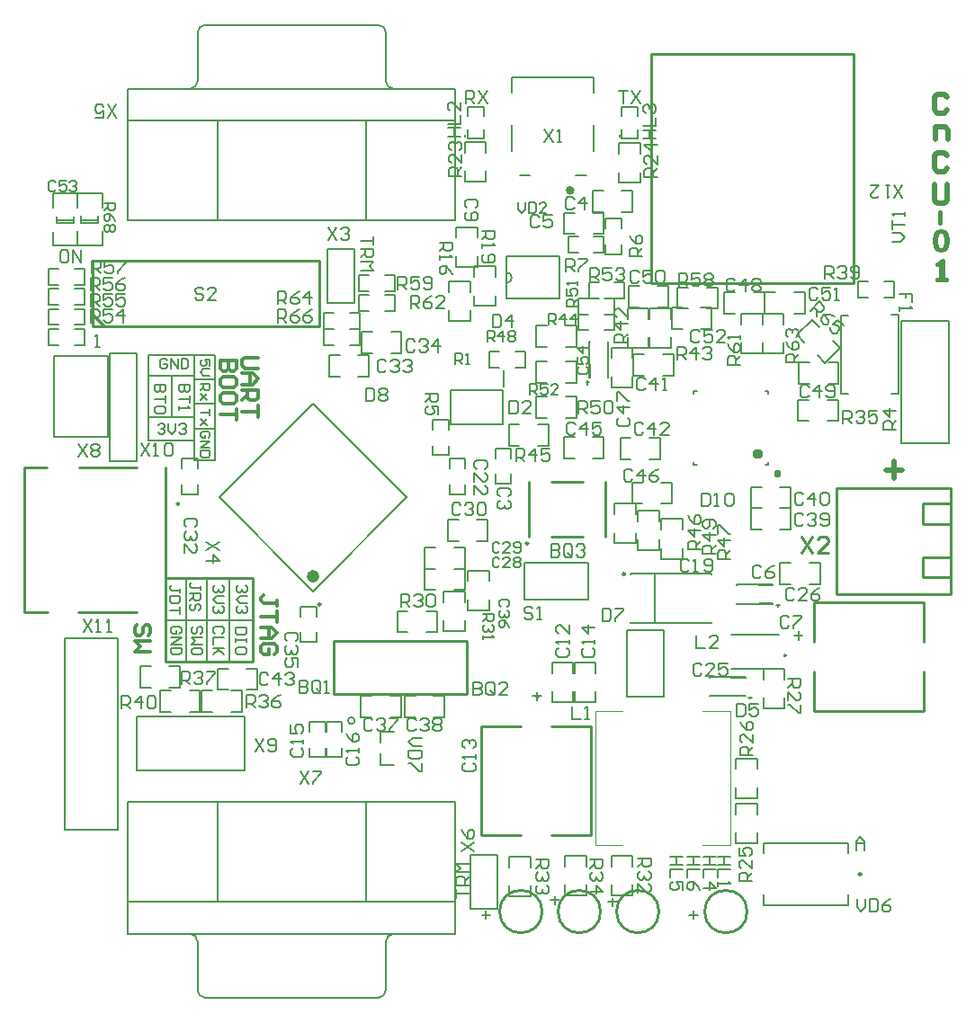
<source format=gto>
G04 Layer_Color=65535*
%FSLAX42Y42*%
%MOMM*%
G71*
G01*
G75*
%ADD52C,0.25*%
%ADD53C,0.30*%
%ADD54C,0.50*%
%ADD55C,0.60*%
%ADD58C,0.40*%
%ADD91C,0.20*%
%ADD92C,0.20*%
%ADD93C,0.25*%
%ADD94C,0.15*%
%ADD95C,0.13*%
%ADD96C,0.15*%
%ADD97C,0.15*%
%ADD98C,0.10*%
D52*
X5508Y3410D02*
G03*
X5508Y3410I-12J0D01*
G01*
X7732Y582D02*
G03*
X7732Y582I-12J0D01*
G01*
X2643Y3122D02*
G03*
X2643Y3122I-12J0D01*
G01*
D53*
X6930Y4340D02*
Y4367D01*
X6957D01*
Y4340D01*
X6930D01*
X2232Y3108D02*
Y3159D01*
Y3134D01*
X2105D01*
X2080Y3159D01*
Y3185D01*
X2105Y3210D01*
X2232Y3058D02*
Y2956D01*
Y3007D01*
X2080D01*
Y2905D02*
X2182D01*
X2232Y2855D01*
X2182Y2804D01*
X2080D01*
X2156D01*
Y2905D01*
X2207Y2651D02*
X2232Y2677D01*
Y2728D01*
X2207Y2753D01*
X2105D01*
X2080Y2728D01*
Y2677D01*
X2105Y2651D01*
X2156D01*
Y2702D01*
X1017Y2828D02*
X1042Y2854D01*
Y2905D01*
X1017Y2930D01*
X992D01*
X966Y2905D01*
Y2854D01*
X941Y2828D01*
X915D01*
X890Y2854D01*
Y2905D01*
X915Y2930D01*
X1042Y2778D02*
X890D01*
X941Y2727D01*
X890Y2676D01*
X1042D01*
X1852Y5420D02*
X1700D01*
Y5344D01*
X1725Y5318D01*
X1751D01*
X1776Y5344D01*
Y5420D01*
Y5344D01*
X1802Y5318D01*
X1827D01*
X1852Y5344D01*
Y5420D01*
Y5191D02*
Y5242D01*
X1827Y5268D01*
X1725D01*
X1700Y5242D01*
Y5191D01*
X1725Y5166D01*
X1827D01*
X1852Y5191D01*
Y5039D02*
Y5090D01*
X1827Y5115D01*
X1725D01*
X1700Y5090D01*
Y5039D01*
X1725Y5014D01*
X1827D01*
X1852Y5039D01*
Y4963D02*
Y4861D01*
Y4912D01*
X1700D01*
X2052Y5450D02*
X1925D01*
X1900Y5425D01*
Y5374D01*
X1925Y5348D01*
X2052D01*
X1900Y5298D02*
X2002D01*
X2052Y5247D01*
X2002Y5196D01*
X1900D01*
X1976D01*
Y5298D01*
X1900Y5145D02*
X2052D01*
Y5069D01*
X2027Y5044D01*
X1976D01*
X1951Y5069D01*
Y5145D01*
Y5095D02*
X1900Y5044D01*
X2052Y4993D02*
Y4891D01*
Y4942D01*
X1900D01*
D54*
X8420Y7080D02*
Y6930D01*
X8450Y6900D01*
X8510D01*
X8540Y6930D01*
Y7080D01*
X8430Y7500D02*
Y7620D01*
X8520D01*
X8550Y7590D01*
Y7500D01*
X8540Y7350D02*
X8510Y7380D01*
X8450D01*
X8420Y7350D01*
Y7230D01*
X8450Y7200D01*
X8510D01*
X8540Y7230D01*
Y7900D02*
X8510Y7930D01*
X8450D01*
X8420Y7900D01*
Y7780D01*
X8450Y7750D01*
X8510D01*
X8540Y7780D01*
X7960Y4390D02*
X8120D01*
X8040Y4470D02*
Y4310D01*
D55*
X2600Y3388D02*
G03*
X2600Y3388I-30J0D01*
G01*
X6740Y4530D02*
Y4560D01*
X6770D01*
Y4530D01*
X6740D01*
D58*
X5010Y7022D02*
G03*
X5010Y7022I-20J0D01*
G01*
X8450Y6326D02*
X8467Y6334D01*
X8493Y6360D01*
Y6180D01*
X8484Y6351D02*
Y6180D01*
X8450D02*
X8527D01*
X8471Y6640D02*
X8446Y6631D01*
X8429Y6606D01*
X8420Y6563D01*
Y6537D01*
X8429Y6494D01*
X8446Y6469D01*
X8471Y6460D01*
X8489D01*
X8514Y6469D01*
X8531Y6494D01*
X8540Y6537D01*
Y6563D01*
X8531Y6606D01*
X8514Y6631D01*
X8489Y6640D01*
X8471D01*
X8454Y6631D01*
X8446Y6623D01*
X8437Y6606D01*
X8429Y6563D01*
Y6537D01*
X8437Y6494D01*
X8446Y6477D01*
X8454Y6469D01*
X8471Y6460D01*
X8489D02*
X8506Y6469D01*
X8514Y6477D01*
X8523Y6494D01*
X8531Y6537D01*
Y6563D01*
X8523Y6606D01*
X8514Y6623D01*
X8506Y6631D01*
X8489Y6640D01*
X8475Y6820D02*
Y6720D01*
D91*
X1414Y7981D02*
G03*
X1483Y8050I0J69D01*
G01*
X1553Y8580D02*
G03*
X1484Y8511I0J-69D01*
G01*
X3256Y8050D02*
G03*
X3326Y7981I69J0D01*
G01*
X3256Y8511D02*
G03*
X3186Y8580I-69J0D01*
G01*
X3326Y19D02*
G03*
X3256Y-50I0J-69D01*
G01*
X3186Y-580D02*
G03*
X3256Y-511I0J69D01*
G01*
X1483Y-50D02*
G03*
X1414Y19I-69J0D01*
G01*
X1484Y-511D02*
G03*
X1553Y-580I69J0D01*
G01*
X2963Y2028D02*
G03*
X2963Y2028I-32J0D01*
G01*
X4307Y256D02*
Y764D01*
X4053D02*
X4307D01*
X4053Y256D02*
Y764D01*
Y256D02*
X4307D01*
X6320Y3405D02*
Y3410D01*
Y2950D02*
Y2955D01*
X5560Y2950D02*
X6320D01*
X5560Y3410D02*
X6320D01*
X5560Y2950D02*
Y2955D01*
Y3405D02*
Y3410D01*
X5790Y2950D02*
Y3410D01*
X230Y2800D02*
X730D01*
Y1000D02*
Y2800D01*
X230Y1000D02*
X730D01*
X230D02*
Y2800D01*
X830Y7680D02*
X3910D01*
Y6740D02*
Y7980D01*
X830Y6740D02*
Y7980D01*
X1553Y8580D02*
X3186D01*
X830Y6740D02*
X3910D01*
X3069Y6740D02*
Y7680D01*
X830Y7980D02*
X3910D01*
X1669Y6740D02*
Y7680D01*
X1483Y8050D02*
Y8510D01*
X3256Y8050D02*
Y8510D01*
X390Y6720D02*
Y6780D01*
X550Y6720D02*
Y6780D01*
X390Y6720D02*
X550D01*
X390Y6739D02*
X550D01*
X830Y320D02*
X3910D01*
X830Y20D02*
Y1260D01*
X3910Y20D02*
Y1260D01*
X1553Y-580D02*
X3186D01*
X830Y1260D02*
X3910D01*
X1669Y320D02*
Y1260D01*
X830Y20D02*
X3910D01*
X3069Y320D02*
Y1260D01*
X3256Y-510D02*
Y-50D01*
X1483Y-510D02*
Y-50D01*
X4368Y5175D02*
Y5328D01*
X3865Y5140D02*
X4355D01*
X3865Y4820D02*
Y5140D01*
Y4820D02*
X4355D01*
Y5140D01*
X8110Y4640D02*
X8560D01*
Y5790D01*
X8110D02*
X8560D01*
X8110Y4640D02*
Y5790D01*
X5170Y5260D02*
Y5600D01*
X5350Y5260D02*
Y5600D01*
X5170D02*
X5175D01*
Y5260D02*
Y5390D01*
X5345Y5600D02*
X5350D01*
X5345Y5260D02*
Y5390D01*
X5142Y5213D02*
X5167D01*
X5155Y5195D02*
Y5230D01*
X6560Y3130D02*
X6900D01*
X6560Y3310D02*
X6900D01*
X6560Y3130D02*
Y3135D01*
X6770D02*
X6900D01*
X6560Y3305D02*
Y3310D01*
X6770Y3305D02*
X6900D01*
X6947Y3102D02*
Y3127D01*
X6930Y3115D02*
X6965D01*
X6300Y2260D02*
X6640D01*
X6300Y2440D02*
X6640D01*
X6300Y2260D02*
Y2265D01*
X6510D02*
X6640D01*
X6300Y2435D02*
Y2440D01*
X6510Y2435D02*
X6640D01*
X6688Y2233D02*
Y2258D01*
X6670Y2245D02*
X6705D01*
X158Y6719D02*
Y6779D01*
Y6738D02*
X318D01*
X158Y6719D02*
X318D01*
Y6779D01*
X6507Y2838D02*
X6957D01*
X6507Y2517D02*
X6957D01*
X6815Y778D02*
Y877D01*
X7605D01*
Y778D02*
Y877D01*
X6815Y288D02*
Y388D01*
Y288D02*
X7605D01*
Y388D01*
X8018Y5103D02*
X8080D01*
X8085Y5107D02*
Y5843D01*
X8015Y5848D02*
X8080D01*
X7545Y5103D02*
X7610D01*
X7540Y5107D02*
X7545Y5103D01*
X7540Y5107D02*
Y5843D01*
X7545Y5847D01*
X7607D01*
X1020Y5470D02*
X1650D01*
X1020Y4770D02*
Y5470D01*
Y5280D02*
X1450D01*
X1020Y4670D02*
Y4890D01*
X1450Y4480D02*
Y5470D01*
X1240Y4890D02*
Y5280D01*
X1020Y4890D02*
X1450D01*
X1460Y5010D02*
X1650D01*
Y4480D02*
Y5470D01*
X1020Y4670D02*
X1450D01*
X1450Y4480D02*
X1650D01*
X1450Y4780D02*
X1650D01*
X1460Y5240D02*
X1650D01*
X653Y5491D02*
X907D01*
Y4475D02*
Y5491D01*
X653Y4475D02*
Y5491D01*
Y4475D02*
X907D01*
X2703Y5966D02*
Y6474D01*
Y5966D02*
X2957D01*
Y6474D01*
X2703D02*
X2957D01*
X2570Y3246D02*
X3454Y4130D01*
X1686D02*
X2570Y5014D01*
X1686Y4130D02*
X2570Y3246D01*
Y5014D02*
X3454Y4130D01*
X1190Y2970D02*
X2000D01*
X1780Y2585D02*
Y3355D01*
X1570Y2585D02*
Y3355D01*
X1380Y2585D02*
Y3355D01*
X136Y5461D02*
X644D01*
X136Y4699D02*
X644D01*
X136D02*
Y5461D01*
X644Y4699D02*
Y5461D01*
Y4974D02*
Y5461D01*
X912Y1556D02*
Y2064D01*
X1928Y1556D02*
Y2064D01*
X912Y1556D02*
X1928D01*
X912Y2064D02*
X1928D01*
X3592Y1867D02*
X3512D01*
X3472Y1827D01*
X3512Y1787D01*
X3592D01*
Y1747D02*
X3472D01*
Y1687D01*
X3492Y1667D01*
X3572D01*
X3592Y1687D01*
Y1747D01*
Y1627D02*
Y1547D01*
X3572D01*
X3492Y1627D01*
X3472D01*
X950Y4640D02*
X1030Y4520D01*
Y4640D02*
X950Y4520D01*
X1070D02*
X1110D01*
X1090D01*
Y4640D01*
X1070Y4620D01*
X1170D02*
X1190Y4640D01*
X1230D01*
X1250Y4620D01*
Y4540D01*
X1230Y4520D01*
X1190D01*
X1170Y4540D01*
Y4620D01*
X2900Y1690D02*
X2880Y1670D01*
Y1630D01*
X2900Y1610D01*
X2980D01*
X3000Y1630D01*
Y1670D01*
X2980Y1690D01*
X3000Y1730D02*
Y1770D01*
Y1750D01*
X2880D01*
X2900Y1730D01*
X2880Y1910D02*
X2900Y1870D01*
X2940Y1830D01*
X2980D01*
X3000Y1850D01*
Y1890D01*
X2980Y1910D01*
X2960D01*
X2940Y1890D01*
Y1830D01*
X2380Y1770D02*
X2360Y1750D01*
Y1710D01*
X2380Y1690D01*
X2460D01*
X2480Y1710D01*
Y1750D01*
X2460Y1770D01*
X2480Y1810D02*
Y1850D01*
Y1830D01*
X2360D01*
X2380Y1810D01*
X2360Y1990D02*
Y1910D01*
X2420D01*
X2400Y1950D01*
Y1970D01*
X2420Y1990D01*
X2460D01*
X2480Y1970D01*
Y1930D01*
X2460Y1910D01*
X2440Y2410D02*
Y2290D01*
X2500D01*
X2520Y2310D01*
Y2330D01*
X2500Y2350D01*
X2440D01*
X2500D01*
X2520Y2370D01*
Y2390D01*
X2500Y2410D01*
X2440D01*
X2640Y2310D02*
Y2390D01*
X2620Y2410D01*
X2580D01*
X2560Y2390D01*
Y2310D01*
X2580Y2290D01*
X2620D01*
X2600Y2330D02*
X2640Y2290D01*
X2620D02*
X2640Y2310D01*
X2680Y2290D02*
X2720D01*
X2700D01*
Y2410D01*
X2680Y2390D01*
X2150Y2460D02*
X2130Y2480D01*
X2090D01*
X2070Y2460D01*
Y2380D01*
X2090Y2360D01*
X2130D01*
X2150Y2380D01*
X2250Y2360D02*
Y2480D01*
X2190Y2420D01*
X2270D01*
X2310Y2460D02*
X2330Y2480D01*
X2370D01*
X2390Y2460D01*
Y2440D01*
X2370Y2420D01*
X2350D01*
X2370D01*
X2390Y2400D01*
Y2380D01*
X2370Y2360D01*
X2330D01*
X2310Y2380D01*
X5180Y6170D02*
Y6290D01*
X5240D01*
X5260Y6270D01*
Y6230D01*
X5240Y6210D01*
X5180D01*
X5220D02*
X5260Y6170D01*
X5380Y6290D02*
X5300D01*
Y6230D01*
X5340Y6250D01*
X5360D01*
X5380Y6230D01*
Y6190D01*
X5360Y6170D01*
X5320D01*
X5300Y6190D01*
X5420Y6270D02*
X5440Y6290D01*
X5480D01*
X5500Y6270D01*
Y6250D01*
X5480Y6230D01*
X5460D01*
X5480D01*
X5500Y6210D01*
Y6190D01*
X5480Y6170D01*
X5440D01*
X5420Y6190D01*
X5060Y5930D02*
X4960D01*
Y5980D01*
X4977Y5997D01*
X5010D01*
X5027Y5980D01*
Y5930D01*
Y5963D02*
X5060Y5997D01*
X4960Y6097D02*
Y6030D01*
X5010D01*
X4993Y6063D01*
Y6080D01*
X5010Y6097D01*
X5043D01*
X5060Y6080D01*
Y6047D01*
X5043Y6030D01*
X5060Y6130D02*
Y6163D01*
Y6147D01*
X4960D01*
X4977Y6130D01*
X4790Y5760D02*
Y5860D01*
X4840D01*
X4857Y5843D01*
Y5810D01*
X4840Y5793D01*
X4790D01*
X4823D02*
X4857Y5760D01*
X4940D02*
Y5860D01*
X4890Y5810D01*
X4957D01*
X5040Y5760D02*
Y5860D01*
X4990Y5810D01*
X5057D01*
X3630Y5110D02*
X3750D01*
Y5050D01*
X3730Y5030D01*
X3690D01*
X3670Y5050D01*
Y5110D01*
Y5070D02*
X3630Y5030D01*
X3750Y4910D02*
Y4990D01*
X3690D01*
X3710Y4950D01*
Y4930D01*
X3690Y4910D01*
X3650D01*
X3630Y4930D01*
Y4970D01*
X3650Y4990D01*
X3910Y5390D02*
Y5490D01*
X3960D01*
X3977Y5473D01*
Y5440D01*
X3960Y5423D01*
X3910D01*
X3943D02*
X3977Y5390D01*
X4010D02*
X4043D01*
X4027D01*
Y5490D01*
X4010Y5473D01*
X1540Y6090D02*
X1520Y6110D01*
X1480D01*
X1460Y6090D01*
Y6070D01*
X1480Y6050D01*
X1520D01*
X1540Y6030D01*
Y6010D01*
X1520Y5990D01*
X1480D01*
X1460Y6010D01*
X1660Y5990D02*
X1580D01*
X1660Y6070D01*
Y6090D01*
X1640Y6110D01*
X1600D01*
X1580Y6090D01*
X8120Y6950D02*
X8040Y7070D01*
Y6950D02*
X8120Y7070D01*
X8000D02*
X7960D01*
X7980D01*
Y6950D01*
X8000Y6970D01*
X7820Y7070D02*
X7900D01*
X7820Y6990D01*
Y6970D01*
X7840Y6950D01*
X7880D01*
X7900Y6970D01*
X720Y7710D02*
X640Y7830D01*
Y7710D02*
X720Y7830D01*
X520Y7710D02*
X600D01*
Y7770D01*
X560Y7750D01*
X540D01*
X520Y7770D01*
Y7810D01*
X540Y7830D01*
X580D01*
X600Y7810D01*
X2450Y1550D02*
X2530Y1430D01*
Y1550D02*
X2450Y1430D01*
X2570Y1550D02*
X2650D01*
Y1530D01*
X2570Y1450D01*
Y1430D01*
X7254Y5890D02*
X7339Y5975D01*
X7382Y5932D01*
X7382Y5904D01*
X7353Y5876D01*
X7325D01*
X7283Y5918D01*
X7311Y5890D02*
X7311Y5833D01*
X7480D02*
X7438Y5848D01*
X7382Y5848D01*
X7353Y5819D01*
Y5791D01*
X7382Y5763D01*
X7410D01*
X7424Y5777D01*
Y5805D01*
X7382Y5848D01*
X7565Y5749D02*
X7509Y5805D01*
X7466Y5763D01*
X7509Y5749D01*
X7523Y5734D01*
Y5706D01*
X7495Y5678D01*
X7466D01*
X7438Y5706D01*
Y5734D01*
X6590Y5380D02*
X6470D01*
Y5440D01*
X6490Y5460D01*
X6530D01*
X6550Y5440D01*
Y5380D01*
Y5420D02*
X6590Y5460D01*
X6470Y5580D02*
X6490Y5540D01*
X6530Y5500D01*
X6570D01*
X6590Y5520D01*
Y5560D01*
X6570Y5580D01*
X6550D01*
X6530Y5560D01*
Y5500D01*
X6590Y5620D02*
Y5660D01*
Y5640D01*
X6470D01*
X6490Y5620D01*
X6015Y6120D02*
Y6240D01*
X6075D01*
X6095Y6220D01*
Y6180D01*
X6075Y6160D01*
X6015D01*
X6055D02*
X6095Y6120D01*
X6215Y6240D02*
X6135D01*
Y6180D01*
X6175Y6200D01*
X6195D01*
X6215Y6180D01*
Y6140D01*
X6195Y6120D01*
X6155D01*
X6135Y6140D01*
X6255Y6220D02*
X6275Y6240D01*
X6315D01*
X6335Y6220D01*
Y6200D01*
X6315Y6180D01*
X6335Y6160D01*
Y6140D01*
X6315Y6120D01*
X6275D01*
X6255Y6140D01*
Y6160D01*
X6275Y6180D01*
X6255Y6200D01*
Y6220D01*
X6275Y6180D02*
X6315D01*
X4610Y5100D02*
Y5200D01*
X4660D01*
X4677Y5183D01*
Y5150D01*
X4660Y5133D01*
X4610D01*
X4643D02*
X4677Y5100D01*
X4777Y5200D02*
X4710D01*
Y5150D01*
X4743Y5167D01*
X4760D01*
X4777Y5150D01*
Y5117D01*
X4760Y5100D01*
X4727D01*
X4710Y5117D01*
X4877Y5100D02*
X4810D01*
X4877Y5167D01*
Y5183D01*
X4860Y5200D01*
X4827D01*
X4810Y5183D01*
X5070Y4920D02*
Y5040D01*
X5130D01*
X5150Y5020D01*
Y4980D01*
X5130Y4960D01*
X5070D01*
X5110D02*
X5150Y4920D01*
X5270Y5040D02*
X5190D01*
Y4980D01*
X5230Y5000D01*
X5250D01*
X5270Y4980D01*
Y4940D01*
X5250Y4920D01*
X5210D01*
X5190Y4940D01*
X5310Y5020D02*
X5330Y5040D01*
X5370D01*
X5390Y5020D01*
Y4940D01*
X5370Y4920D01*
X5330D01*
X5310Y4940D01*
Y5020D01*
X6360Y3600D02*
X6240D01*
Y3660D01*
X6260Y3680D01*
X6300D01*
X6320Y3660D01*
Y3600D01*
Y3640D02*
X6360Y3680D01*
Y3780D02*
X6240D01*
X6300Y3720D01*
Y3800D01*
X6340Y3840D02*
X6360Y3860D01*
Y3900D01*
X6340Y3920D01*
X6260D01*
X6240Y3900D01*
Y3860D01*
X6260Y3840D01*
X6280D01*
X6300Y3860D01*
Y3920D01*
X4210Y5600D02*
Y5700D01*
X4260D01*
X4277Y5683D01*
Y5650D01*
X4260Y5633D01*
X4210D01*
X4243D02*
X4277Y5600D01*
X4360D02*
Y5700D01*
X4310Y5650D01*
X4377D01*
X4410Y5683D02*
X4427Y5700D01*
X4460D01*
X4477Y5683D01*
Y5667D01*
X4460Y5650D01*
X4477Y5633D01*
Y5617D01*
X4460Y5600D01*
X4427D01*
X4410Y5617D01*
Y5633D01*
X4427Y5650D01*
X4410Y5667D01*
Y5683D01*
X4427Y5650D02*
X4460D01*
X6000Y5430D02*
Y5550D01*
X6060D01*
X6080Y5530D01*
Y5490D01*
X6060Y5470D01*
X6000D01*
X6040D02*
X6080Y5430D01*
X6180D02*
Y5550D01*
X6120Y5490D01*
X6200D01*
X6240Y5530D02*
X6260Y5550D01*
X6300D01*
X6320Y5530D01*
Y5510D01*
X6300Y5490D01*
X6280D01*
X6300D01*
X6320Y5470D01*
Y5450D01*
X6300Y5430D01*
X6260D01*
X6240Y5450D01*
X5530Y5590D02*
X5410D01*
Y5650D01*
X5430Y5670D01*
X5470D01*
X5490Y5650D01*
Y5590D01*
Y5630D02*
X5530Y5670D01*
Y5770D02*
X5410D01*
X5470Y5710D01*
Y5790D01*
X5530Y5910D02*
Y5830D01*
X5450Y5910D01*
X5430D01*
X5410Y5890D01*
Y5850D01*
X5430Y5830D01*
X6220Y3640D02*
X6100D01*
Y3700D01*
X6120Y3720D01*
X6160D01*
X6180Y3700D01*
Y3640D01*
Y3680D02*
X6220Y3720D01*
Y3820D02*
X6100D01*
X6160Y3760D01*
Y3840D01*
X6100Y3960D02*
X6120Y3920D01*
X6160Y3880D01*
X6200D01*
X6220Y3900D01*
Y3940D01*
X6200Y3960D01*
X6180D01*
X6160Y3940D01*
Y3880D01*
X4480Y4470D02*
Y4590D01*
X4540D01*
X4560Y4570D01*
Y4530D01*
X4540Y4510D01*
X4480D01*
X4520D02*
X4560Y4470D01*
X4660D02*
Y4590D01*
X4600Y4530D01*
X4680D01*
X4800Y4590D02*
X4720D01*
Y4530D01*
X4760Y4550D01*
X4780D01*
X4800Y4530D01*
Y4490D01*
X4780Y4470D01*
X4740D01*
X4720Y4490D01*
X490Y6240D02*
Y6360D01*
X550D01*
X570Y6340D01*
Y6300D01*
X550Y6280D01*
X490D01*
X530D02*
X570Y6240D01*
X690Y6360D02*
X610D01*
Y6300D01*
X650Y6320D01*
X670D01*
X690Y6300D01*
Y6260D01*
X670Y6240D01*
X630D01*
X610Y6260D01*
X730Y6360D02*
X810D01*
Y6340D01*
X730Y6260D01*
Y6240D01*
X480Y6080D02*
Y6200D01*
X540D01*
X560Y6180D01*
Y6140D01*
X540Y6120D01*
X480D01*
X520D02*
X560Y6080D01*
X680Y6200D02*
X600D01*
Y6140D01*
X640Y6160D01*
X660D01*
X680Y6140D01*
Y6100D01*
X660Y6080D01*
X620D01*
X600Y6100D01*
X800Y6200D02*
X760Y6180D01*
X720Y6140D01*
Y6100D01*
X740Y6080D01*
X780D01*
X800Y6100D01*
Y6120D01*
X780Y6140D01*
X720D01*
X480Y5930D02*
Y6050D01*
X540D01*
X560Y6030D01*
Y5990D01*
X540Y5970D01*
X480D01*
X520D02*
X560Y5930D01*
X680Y6050D02*
X600D01*
Y5990D01*
X640Y6010D01*
X660D01*
X680Y5990D01*
Y5950D01*
X660Y5930D01*
X620D01*
X600Y5950D01*
X800Y6050D02*
X720D01*
Y5990D01*
X760Y6010D01*
X780D01*
X800Y5990D01*
Y5950D01*
X780Y5930D01*
X740D01*
X720Y5950D01*
X480Y5780D02*
Y5900D01*
X540D01*
X560Y5880D01*
Y5840D01*
X540Y5820D01*
X480D01*
X520D02*
X560Y5780D01*
X680Y5900D02*
X600D01*
Y5840D01*
X640Y5860D01*
X660D01*
X680Y5840D01*
Y5800D01*
X660Y5780D01*
X620D01*
X600Y5800D01*
X780Y5780D02*
Y5900D01*
X720Y5840D01*
X800D01*
X770Y2140D02*
Y2260D01*
X830D01*
X850Y2240D01*
Y2200D01*
X830Y2180D01*
X770D01*
X810D02*
X850Y2140D01*
X950D02*
Y2260D01*
X890Y2200D01*
X970D01*
X1010Y2240D02*
X1030Y2260D01*
X1070D01*
X1090Y2240D01*
Y2160D01*
X1070Y2140D01*
X1030D01*
X1010Y2160D01*
Y2240D01*
X1330Y2370D02*
Y2490D01*
X1390D01*
X1410Y2470D01*
Y2430D01*
X1390Y2410D01*
X1330D01*
X1370D02*
X1410Y2370D01*
X1450Y2470D02*
X1470Y2490D01*
X1510D01*
X1530Y2470D01*
Y2450D01*
X1510Y2430D01*
X1490D01*
X1510D01*
X1530Y2410D01*
Y2390D01*
X1510Y2370D01*
X1470D01*
X1450Y2390D01*
X1570Y2490D02*
X1650D01*
Y2470D01*
X1570Y2390D01*
Y2370D01*
X1945Y2150D02*
Y2270D01*
X2005D01*
X2025Y2250D01*
Y2210D01*
X2005Y2190D01*
X1945D01*
X1985D02*
X2025Y2150D01*
X2065Y2250D02*
X2085Y2270D01*
X2125D01*
X2145Y2250D01*
Y2230D01*
X2125Y2210D01*
X2105D01*
X2125D01*
X2145Y2190D01*
Y2170D01*
X2125Y2150D01*
X2085D01*
X2065Y2170D01*
X2265Y2270D02*
X2225Y2250D01*
X2185Y2210D01*
Y2170D01*
X2205Y2150D01*
X2245D01*
X2265Y2170D01*
Y2190D01*
X2245Y2210D01*
X2185D01*
X4670Y720D02*
X4790D01*
Y660D01*
X4770Y640D01*
X4730D01*
X4710Y660D01*
Y720D01*
Y680D02*
X4670Y640D01*
X4770Y600D02*
X4790Y580D01*
Y540D01*
X4770Y520D01*
X4750D01*
X4730Y540D01*
Y560D01*
Y540D01*
X4710Y520D01*
X4690D01*
X4670Y540D01*
Y580D01*
X4690Y600D01*
X4770Y480D02*
X4790Y460D01*
Y420D01*
X4770Y400D01*
X4750D01*
X4730Y420D01*
Y440D01*
Y420D01*
X4710Y400D01*
X4690D01*
X4670Y420D01*
Y460D01*
X4690Y480D01*
X5180Y720D02*
X5300D01*
Y660D01*
X5280Y640D01*
X5240D01*
X5220Y660D01*
Y720D01*
Y680D02*
X5180Y640D01*
X5280Y600D02*
X5300Y580D01*
Y540D01*
X5280Y520D01*
X5260D01*
X5240Y540D01*
Y560D01*
Y540D01*
X5220Y520D01*
X5200D01*
X5180Y540D01*
Y580D01*
X5200Y600D01*
X5180Y420D02*
X5300D01*
X5240Y480D01*
Y400D01*
X7560Y4830D02*
Y4950D01*
X7620D01*
X7640Y4930D01*
Y4890D01*
X7620Y4870D01*
X7560D01*
X7600D02*
X7640Y4830D01*
X7680Y4930D02*
X7700Y4950D01*
X7740D01*
X7760Y4930D01*
Y4910D01*
X7740Y4890D01*
X7720D01*
X7740D01*
X7760Y4870D01*
Y4850D01*
X7740Y4830D01*
X7700D01*
X7680Y4850D01*
X7880Y4950D02*
X7800D01*
Y4890D01*
X7840Y4910D01*
X7860D01*
X7880Y4890D01*
Y4850D01*
X7860Y4830D01*
X7820D01*
X7800Y4850D01*
X4170Y3030D02*
X4270D01*
Y2980D01*
X4253Y2963D01*
X4220D01*
X4203Y2980D01*
Y3030D01*
Y2997D02*
X4170Y2963D01*
X4253Y2930D02*
X4270Y2913D01*
Y2880D01*
X4253Y2863D01*
X4237D01*
X4220Y2880D01*
Y2897D01*
Y2880D01*
X4203Y2863D01*
X4187D01*
X4170Y2880D01*
Y2913D01*
X4187Y2930D01*
X4170Y2830D02*
Y2797D01*
Y2813D01*
X4270D01*
X4253Y2830D01*
X3400Y3100D02*
Y3220D01*
X3460D01*
X3480Y3200D01*
Y3160D01*
X3460Y3140D01*
X3400D01*
X3440D02*
X3480Y3100D01*
X3520Y3200D02*
X3540Y3220D01*
X3580D01*
X3600Y3200D01*
Y3180D01*
X3580Y3160D01*
X3560D01*
X3580D01*
X3600Y3140D01*
Y3120D01*
X3580Y3100D01*
X3540D01*
X3520Y3120D01*
X3640Y3200D02*
X3660Y3220D01*
X3700D01*
X3720Y3200D01*
Y3120D01*
X3700Y3100D01*
X3660D01*
X3640Y3120D01*
Y3200D01*
X7040Y2420D02*
X7160D01*
Y2360D01*
X7140Y2340D01*
X7100D01*
X7080Y2360D01*
Y2420D01*
Y2380D02*
X7040Y2340D01*
Y2220D02*
Y2300D01*
X7120Y2220D01*
X7140D01*
X7160Y2240D01*
Y2280D01*
X7140Y2300D01*
X7160Y2180D02*
Y2100D01*
X7140D01*
X7060Y2180D01*
X7040D01*
X4160Y6640D02*
X4280D01*
Y6580D01*
X4260Y6560D01*
X4220D01*
X4200Y6580D01*
Y6640D01*
Y6600D02*
X4160Y6560D01*
Y6520D02*
Y6480D01*
Y6500D01*
X4280D01*
X4260Y6520D01*
X4180Y6420D02*
X4160Y6400D01*
Y6360D01*
X4180Y6340D01*
X4260D01*
X4280Y6360D01*
Y6400D01*
X4260Y6420D01*
X4240D01*
X4220Y6400D01*
Y6340D01*
X3760Y6530D02*
X3880D01*
Y6470D01*
X3860Y6450D01*
X3820D01*
X3800Y6470D01*
Y6530D01*
Y6490D02*
X3760Y6450D01*
Y6410D02*
Y6370D01*
Y6390D01*
X3880D01*
X3860Y6410D01*
X3880Y6230D02*
X3860Y6270D01*
X3820Y6310D01*
X3780D01*
X3760Y6290D01*
Y6250D01*
X3780Y6230D01*
X3800D01*
X3820Y6250D01*
Y6310D01*
X5630Y730D02*
X5750D01*
Y670D01*
X5730Y650D01*
X5690D01*
X5670Y670D01*
Y730D01*
Y690D02*
X5630Y650D01*
X5730Y610D02*
X5750Y590D01*
Y550D01*
X5730Y530D01*
X5710D01*
X5690Y550D01*
Y570D01*
Y550D01*
X5670Y530D01*
X5650D01*
X5630Y550D01*
Y590D01*
X5650Y610D01*
X5630Y410D02*
Y490D01*
X5710Y410D01*
X5730D01*
X5750Y430D01*
Y470D01*
X5730Y490D01*
X4950Y6260D02*
Y6380D01*
X5010D01*
X5030Y6360D01*
Y6320D01*
X5010Y6300D01*
X4950D01*
X4990D02*
X5030Y6260D01*
X5070Y6380D02*
X5150D01*
Y6360D01*
X5070Y6280D01*
Y6260D01*
X5670Y6400D02*
X5550D01*
Y6460D01*
X5570Y6480D01*
X5610D01*
X5630Y6460D01*
Y6400D01*
Y6440D02*
X5670Y6480D01*
X5550Y6600D02*
X5570Y6560D01*
X5610Y6520D01*
X5650D01*
X5670Y6540D01*
Y6580D01*
X5650Y6600D01*
X5630D01*
X5610Y6580D01*
Y6520D01*
X5010Y2160D02*
Y2040D01*
X5090D01*
X5130D02*
X5170D01*
X5150D01*
Y2160D01*
X5130Y2140D01*
X6230Y4170D02*
Y4050D01*
X6290D01*
X6310Y4070D01*
Y4150D01*
X6290Y4170D01*
X6230D01*
X6350Y4050D02*
X6390D01*
X6370D01*
Y4170D01*
X6350Y4150D01*
X6450D02*
X6470Y4170D01*
X6510D01*
X6530Y4150D01*
Y4070D01*
X6510Y4050D01*
X6470D01*
X6450Y4070D01*
Y4150D01*
X5077Y5357D02*
X5060Y5340D01*
Y5307D01*
X5077Y5290D01*
X5143D01*
X5160Y5307D01*
Y5340D01*
X5143Y5357D01*
X5060Y5457D02*
Y5390D01*
X5110D01*
X5093Y5423D01*
Y5440D01*
X5110Y5457D01*
X5143D01*
X5160Y5440D01*
Y5407D01*
X5143Y5390D01*
X5160Y5540D02*
X5060D01*
X5110Y5490D01*
Y5557D01*
X7320Y6090D02*
X7300Y6110D01*
X7260D01*
X7240Y6090D01*
Y6010D01*
X7260Y5990D01*
X7300D01*
X7320Y6010D01*
X7440Y6110D02*
X7360D01*
Y6050D01*
X7400Y6070D01*
X7420D01*
X7440Y6050D01*
Y6010D01*
X7420Y5990D01*
X7380D01*
X7360Y6010D01*
X7480Y5990D02*
X7520D01*
X7500D01*
Y6110D01*
X7480Y6090D01*
X5640Y6250D02*
X5620Y6270D01*
X5580D01*
X5560Y6250D01*
Y6170D01*
X5580Y6150D01*
X5620D01*
X5640Y6170D01*
X5760Y6270D02*
X5680D01*
Y6210D01*
X5720Y6230D01*
X5740D01*
X5760Y6210D01*
Y6170D01*
X5740Y6150D01*
X5700D01*
X5680Y6170D01*
X5800Y6250D02*
X5820Y6270D01*
X5860D01*
X5880Y6250D01*
Y6170D01*
X5860Y6150D01*
X5820D01*
X5800Y6170D01*
Y6250D01*
X7240Y5170D02*
X7220Y5190D01*
X7180D01*
X7160Y5170D01*
Y5090D01*
X7180Y5070D01*
X7220D01*
X7240Y5090D01*
X7340Y5070D02*
Y5190D01*
X7280Y5130D01*
X7360D01*
X7400Y5090D02*
X7420Y5070D01*
X7460D01*
X7480Y5090D01*
Y5170D01*
X7460Y5190D01*
X7420D01*
X7400Y5170D01*
Y5150D01*
X7420Y5130D01*
X7480D01*
X5450Y4880D02*
X5430Y4860D01*
Y4820D01*
X5450Y4800D01*
X5530D01*
X5550Y4820D01*
Y4860D01*
X5530Y4880D01*
X5550Y4980D02*
X5430D01*
X5490Y4920D01*
Y5000D01*
X5430Y5040D02*
Y5120D01*
X5450D01*
X5530Y5040D01*
X5550D01*
X5580Y4380D02*
X5560Y4400D01*
X5520D01*
X5500Y4380D01*
Y4300D01*
X5520Y4280D01*
X5560D01*
X5580Y4300D01*
X5680Y4280D02*
Y4400D01*
X5620Y4340D01*
X5700D01*
X5820Y4400D02*
X5780Y4380D01*
X5740Y4340D01*
Y4300D01*
X5760Y4280D01*
X5800D01*
X5820Y4300D01*
Y4320D01*
X5800Y4340D01*
X5740D01*
X6210Y5690D02*
X6190Y5710D01*
X6150D01*
X6130Y5690D01*
Y5610D01*
X6150Y5590D01*
X6190D01*
X6210Y5610D01*
X6330Y5710D02*
X6250D01*
Y5650D01*
X6290Y5670D01*
X6310D01*
X6330Y5650D01*
Y5610D01*
X6310Y5590D01*
X6270D01*
X6250Y5610D01*
X6450Y5590D02*
X6370D01*
X6450Y5670D01*
Y5690D01*
X6430Y5710D01*
X6390D01*
X6370Y5690D01*
X6545Y6170D02*
X6525Y6190D01*
X6485D01*
X6465Y6170D01*
Y6090D01*
X6485Y6070D01*
X6525D01*
X6545Y6090D01*
X6645Y6070D02*
Y6190D01*
X6585Y6130D01*
X6665D01*
X6705Y6170D02*
X6725Y6190D01*
X6765D01*
X6785Y6170D01*
Y6150D01*
X6765Y6130D01*
X6785Y6110D01*
Y6090D01*
X6765Y6070D01*
X6725D01*
X6705Y6090D01*
Y6110D01*
X6725Y6130D01*
X6705Y6150D01*
Y6170D01*
X6725Y6130D02*
X6765D01*
X5040Y4820D02*
X5020Y4840D01*
X4980D01*
X4960Y4820D01*
Y4740D01*
X4980Y4720D01*
X5020D01*
X5040Y4740D01*
X5140Y4720D02*
Y4840D01*
X5080Y4780D01*
X5160D01*
X5280Y4840D02*
X5200D01*
Y4780D01*
X5240Y4800D01*
X5260D01*
X5280Y4780D01*
Y4740D01*
X5260Y4720D01*
X5220D01*
X5200Y4740D01*
X5680Y4820D02*
X5660Y4840D01*
X5620D01*
X5600Y4820D01*
Y4740D01*
X5620Y4720D01*
X5660D01*
X5680Y4740D01*
X5780Y4720D02*
Y4840D01*
X5720Y4780D01*
X5800D01*
X5920Y4720D02*
X5840D01*
X5920Y4800D01*
Y4820D01*
X5900Y4840D01*
X5860D01*
X5840Y4820D01*
X5700Y5240D02*
X5680Y5260D01*
X5640D01*
X5620Y5240D01*
Y5160D01*
X5640Y5140D01*
X5680D01*
X5700Y5160D01*
X5800Y5140D02*
Y5260D01*
X5740Y5200D01*
X5820D01*
X5860Y5140D02*
X5900D01*
X5880D01*
Y5260D01*
X5860Y5240D01*
X7187Y4160D02*
X7167Y4180D01*
X7127D01*
X7107Y4160D01*
Y4080D01*
X7127Y4060D01*
X7167D01*
X7187Y4080D01*
X7287Y4060D02*
Y4180D01*
X7227Y4120D01*
X7307D01*
X7347Y4160D02*
X7367Y4180D01*
X7407D01*
X7427Y4160D01*
Y4080D01*
X7407Y4060D01*
X7367D01*
X7347Y4080D01*
Y4160D01*
X7187Y3960D02*
X7167Y3980D01*
X7127D01*
X7107Y3960D01*
Y3880D01*
X7127Y3860D01*
X7167D01*
X7187Y3880D01*
X7227Y3960D02*
X7247Y3980D01*
X7287D01*
X7307Y3960D01*
Y3940D01*
X7287Y3920D01*
X7267D01*
X7287D01*
X7307Y3900D01*
Y3880D01*
X7287Y3860D01*
X7247D01*
X7227Y3880D01*
X7347D02*
X7367Y3860D01*
X7407D01*
X7427Y3880D01*
Y3960D01*
X7407Y3980D01*
X7367D01*
X7347Y3960D01*
Y3940D01*
X7367Y3920D01*
X7427D01*
X3540Y2030D02*
X3520Y2050D01*
X3480D01*
X3460Y2030D01*
Y1950D01*
X3480Y1930D01*
X3520D01*
X3540Y1950D01*
X3580Y2030D02*
X3600Y2050D01*
X3640D01*
X3660Y2030D01*
Y2010D01*
X3640Y1990D01*
X3620D01*
X3640D01*
X3660Y1970D01*
Y1950D01*
X3640Y1930D01*
X3600D01*
X3580Y1950D01*
X3700Y2030D02*
X3720Y2050D01*
X3760D01*
X3780Y2030D01*
Y2010D01*
X3760Y1990D01*
X3780Y1970D01*
Y1950D01*
X3760Y1930D01*
X3720D01*
X3700Y1950D01*
Y1970D01*
X3720Y1990D01*
X3700Y2010D01*
Y2030D01*
X3720Y1990D02*
X3760D01*
X3130Y2030D02*
X3110Y2050D01*
X3070D01*
X3050Y2030D01*
Y1950D01*
X3070Y1930D01*
X3110D01*
X3130Y1950D01*
X3170Y2030D02*
X3190Y2050D01*
X3230D01*
X3250Y2030D01*
Y2010D01*
X3230Y1990D01*
X3210D01*
X3230D01*
X3250Y1970D01*
Y1950D01*
X3230Y1930D01*
X3190D01*
X3170Y1950D01*
X3290Y2050D02*
X3370D01*
Y2030D01*
X3290Y1950D01*
Y1930D01*
X4403Y3103D02*
X4420Y3120D01*
Y3153D01*
X4403Y3170D01*
X4337D01*
X4320Y3153D01*
Y3120D01*
X4337Y3103D01*
X4403Y3070D02*
X4420Y3053D01*
Y3020D01*
X4403Y3003D01*
X4387D01*
X4370Y3020D01*
Y3037D01*
Y3020D01*
X4353Y3003D01*
X4337D01*
X4320Y3020D01*
Y3053D01*
X4337Y3070D01*
X4420Y2903D02*
X4403Y2937D01*
X4370Y2970D01*
X4337D01*
X4320Y2953D01*
Y2920D01*
X4337Y2903D01*
X4353D01*
X4370Y2920D01*
Y2970D01*
X3260Y5410D02*
X3240Y5430D01*
X3200D01*
X3180Y5410D01*
Y5330D01*
X3200Y5310D01*
X3240D01*
X3260Y5330D01*
X3300Y5410D02*
X3320Y5430D01*
X3360D01*
X3380Y5410D01*
Y5390D01*
X3360Y5370D01*
X3340D01*
X3360D01*
X3380Y5350D01*
Y5330D01*
X3360Y5310D01*
X3320D01*
X3300Y5330D01*
X3420Y5410D02*
X3440Y5430D01*
X3480D01*
X3500Y5410D01*
Y5390D01*
X3480Y5370D01*
X3460D01*
X3480D01*
X3500Y5350D01*
Y5330D01*
X3480Y5310D01*
X3440D01*
X3420Y5330D01*
X3530Y5600D02*
X3510Y5620D01*
X3470D01*
X3450Y5600D01*
Y5520D01*
X3470Y5500D01*
X3510D01*
X3530Y5520D01*
X3570Y5600D02*
X3590Y5620D01*
X3630D01*
X3650Y5600D01*
Y5580D01*
X3630Y5560D01*
X3610D01*
X3630D01*
X3650Y5540D01*
Y5520D01*
X3630Y5500D01*
X3590D01*
X3570Y5520D01*
X3750Y5500D02*
Y5620D01*
X3690Y5560D01*
X3770D01*
X4327Y3553D02*
X4310Y3570D01*
X4277D01*
X4260Y3553D01*
Y3487D01*
X4277Y3470D01*
X4310D01*
X4327Y3487D01*
X4427Y3470D02*
X4360D01*
X4427Y3537D01*
Y3553D01*
X4410Y3570D01*
X4377D01*
X4360Y3553D01*
X4460D02*
X4477Y3570D01*
X4510D01*
X4527Y3553D01*
Y3537D01*
X4510Y3520D01*
X4527Y3503D01*
Y3487D01*
X4510Y3470D01*
X4477D01*
X4460Y3487D01*
Y3503D01*
X4477Y3520D01*
X4460Y3537D01*
Y3553D01*
X4477Y3520D02*
X4510D01*
X3960Y4060D02*
X3940Y4080D01*
X3900D01*
X3880Y4060D01*
Y3980D01*
X3900Y3960D01*
X3940D01*
X3960Y3980D01*
X4000Y4060D02*
X4020Y4080D01*
X4060D01*
X4080Y4060D01*
Y4040D01*
X4060Y4020D01*
X4040D01*
X4060D01*
X4080Y4000D01*
Y3980D01*
X4060Y3960D01*
X4020D01*
X4000Y3980D01*
X4120Y4060D02*
X4140Y4080D01*
X4180D01*
X4200Y4060D01*
Y3980D01*
X4180Y3960D01*
X4140D01*
X4120Y3980D01*
Y4060D01*
X4327Y3693D02*
X4310Y3710D01*
X4277D01*
X4260Y3693D01*
Y3627D01*
X4277Y3610D01*
X4310D01*
X4327Y3627D01*
X4427Y3610D02*
X4360D01*
X4427Y3677D01*
Y3693D01*
X4410Y3710D01*
X4377D01*
X4360Y3693D01*
X4460Y3627D02*
X4477Y3610D01*
X4510D01*
X4527Y3627D01*
Y3693D01*
X4510Y3710D01*
X4477D01*
X4460Y3693D01*
Y3677D01*
X4477Y3660D01*
X4527D01*
X1460Y3850D02*
X1480Y3870D01*
Y3910D01*
X1460Y3930D01*
X1380D01*
X1360Y3910D01*
Y3870D01*
X1380Y3850D01*
X1460Y3810D02*
X1480Y3790D01*
Y3750D01*
X1460Y3730D01*
X1440D01*
X1420Y3750D01*
Y3770D01*
Y3750D01*
X1400Y3730D01*
X1380D01*
X1360Y3750D01*
Y3790D01*
X1380Y3810D01*
X1360Y3610D02*
Y3690D01*
X1440Y3610D01*
X1460D01*
X1480Y3630D01*
Y3670D01*
X1460Y3690D01*
X2407Y2776D02*
X2427Y2796D01*
Y2836D01*
X2407Y2856D01*
X2327D01*
X2307Y2836D01*
Y2796D01*
X2327Y2776D01*
X2407Y2736D02*
X2427Y2716D01*
Y2676D01*
X2407Y2656D01*
X2387D01*
X2367Y2676D01*
Y2696D01*
Y2676D01*
X2347Y2656D01*
X2327D01*
X2307Y2676D01*
Y2716D01*
X2327Y2736D01*
X2427Y2537D02*
Y2616D01*
X2367D01*
X2387Y2576D01*
Y2557D01*
X2367Y2537D01*
X2327D01*
X2307Y2557D01*
Y2596D01*
X2327Y2616D01*
X6230Y2550D02*
X6210Y2570D01*
X6170D01*
X6150Y2550D01*
Y2470D01*
X6170Y2450D01*
X6210D01*
X6230Y2470D01*
X6350Y2450D02*
X6270D01*
X6350Y2530D01*
Y2550D01*
X6330Y2570D01*
X6290D01*
X6270Y2550D01*
X6470Y2570D02*
X6390D01*
Y2510D01*
X6430Y2530D01*
X6450D01*
X6470Y2510D01*
Y2470D01*
X6450Y2450D01*
X6410D01*
X6390Y2470D01*
X7100Y3260D02*
X7080Y3280D01*
X7040D01*
X7020Y3260D01*
Y3180D01*
X7040Y3160D01*
X7080D01*
X7100Y3180D01*
X7220Y3160D02*
X7140D01*
X7220Y3240D01*
Y3260D01*
X7200Y3280D01*
X7160D01*
X7140Y3260D01*
X7340Y3280D02*
X7300Y3260D01*
X7260Y3220D01*
Y3180D01*
X7280Y3160D01*
X7320D01*
X7340Y3180D01*
Y3200D01*
X7320Y3220D01*
X7260D01*
X4190Y4400D02*
X4210Y4420D01*
Y4460D01*
X4190Y4480D01*
X4110D01*
X4090Y4460D01*
Y4420D01*
X4110Y4400D01*
X4090Y4280D02*
Y4360D01*
X4170Y4280D01*
X4190D01*
X4210Y4300D01*
Y4340D01*
X4190Y4360D01*
X4090Y4160D02*
Y4240D01*
X4170Y4160D01*
X4190D01*
X4210Y4180D01*
Y4220D01*
X4190Y4240D01*
X4880Y2710D02*
X4860Y2690D01*
Y2650D01*
X4880Y2630D01*
X4960D01*
X4980Y2650D01*
Y2690D01*
X4960Y2710D01*
X4980Y2750D02*
Y2790D01*
Y2770D01*
X4860D01*
X4880Y2750D01*
X4980Y2930D02*
Y2850D01*
X4900Y2930D01*
X4880D01*
X4860Y2910D01*
Y2870D01*
X4880Y2850D01*
X7050Y3000D02*
X7030Y3020D01*
X6990D01*
X6970Y3000D01*
Y2920D01*
X6990Y2900D01*
X7030D01*
X7050Y2920D01*
X7090Y3020D02*
X7170D01*
Y3000D01*
X7090Y2920D01*
Y2900D01*
X4100Y6860D02*
X4120Y6880D01*
Y6920D01*
X4100Y6940D01*
X4020D01*
X4000Y6920D01*
Y6880D01*
X4020Y6860D01*
Y6820D02*
X4000Y6800D01*
Y6760D01*
X4020Y6740D01*
X4100D01*
X4120Y6760D01*
Y6800D01*
X4100Y6820D01*
X4080D01*
X4060Y6800D01*
Y6740D01*
X6790Y3470D02*
X6770Y3490D01*
X6730D01*
X6710Y3470D01*
Y3390D01*
X6730Y3370D01*
X6770D01*
X6790Y3390D01*
X6910Y3490D02*
X6870Y3470D01*
X6830Y3430D01*
Y3390D01*
X6850Y3370D01*
X6890D01*
X6910Y3390D01*
Y3410D01*
X6890Y3430D01*
X6830D01*
X4700Y6770D02*
X4680Y6790D01*
X4640D01*
X4620Y6770D01*
Y6690D01*
X4640Y6670D01*
X4680D01*
X4700Y6690D01*
X4820Y6790D02*
X4740D01*
Y6730D01*
X4780Y6750D01*
X4800D01*
X4820Y6730D01*
Y6690D01*
X4800Y6670D01*
X4760D01*
X4740Y6690D01*
X5030Y6940D02*
X5010Y6960D01*
X4970D01*
X4950Y6940D01*
Y6860D01*
X4970Y6840D01*
X5010D01*
X5030Y6860D01*
X5130Y6840D02*
Y6960D01*
X5070Y6900D01*
X5150D01*
X4810Y3690D02*
Y3570D01*
X4870D01*
X4890Y3590D01*
Y3610D01*
X4870Y3630D01*
X4810D01*
X4870D01*
X4890Y3650D01*
Y3670D01*
X4870Y3690D01*
X4810D01*
X5010Y3590D02*
Y3670D01*
X4990Y3690D01*
X4950D01*
X4930Y3670D01*
Y3590D01*
X4950Y3570D01*
X4990D01*
X4970Y3610D02*
X5010Y3570D01*
X4990D02*
X5010Y3590D01*
X5050Y3670D02*
X5070Y3690D01*
X5110D01*
X5130Y3670D01*
Y3650D01*
X5110Y3630D01*
X5090D01*
X5110D01*
X5130Y3610D01*
Y3590D01*
X5110Y3570D01*
X5070D01*
X5050Y3590D01*
X4260Y5850D02*
Y5730D01*
X4320D01*
X4340Y5750D01*
Y5830D01*
X4320Y5850D01*
X4260D01*
X4440Y5730D02*
Y5850D01*
X4380Y5790D01*
X4460D01*
X3370Y6090D02*
Y6210D01*
X3430D01*
X3450Y6190D01*
Y6150D01*
X3430Y6130D01*
X3370D01*
X3410D02*
X3450Y6090D01*
X3570Y6210D02*
X3490D01*
Y6150D01*
X3530Y6170D01*
X3550D01*
X3570Y6150D01*
Y6110D01*
X3550Y6090D01*
X3510D01*
X3490Y6110D01*
X3610D02*
X3630Y6090D01*
X3670D01*
X3690Y6110D01*
Y6190D01*
X3670Y6210D01*
X3630D01*
X3610Y6190D01*
Y6170D01*
X3630Y6150D01*
X3690D01*
X3490Y5910D02*
Y6030D01*
X3550D01*
X3570Y6010D01*
Y5970D01*
X3550Y5950D01*
X3490D01*
X3530D02*
X3570Y5910D01*
X3690Y6030D02*
X3650Y6010D01*
X3610Y5970D01*
Y5930D01*
X3630Y5910D01*
X3670D01*
X3690Y5930D01*
Y5950D01*
X3670Y5970D01*
X3610D01*
X3810Y5910D02*
X3730D01*
X3810Y5990D01*
Y6010D01*
X3790Y6030D01*
X3750D01*
X3730Y6010D01*
X2240Y5950D02*
Y6070D01*
X2300D01*
X2320Y6050D01*
Y6010D01*
X2300Y5990D01*
X2240D01*
X2280D02*
X2320Y5950D01*
X2440Y6070D02*
X2400Y6050D01*
X2360Y6010D01*
Y5970D01*
X2380Y5950D01*
X2420D01*
X2440Y5970D01*
Y5990D01*
X2420Y6010D01*
X2360D01*
X2540Y5950D02*
Y6070D01*
X2480Y6010D01*
X2560D01*
X2240Y5780D02*
Y5900D01*
X2300D01*
X2320Y5880D01*
Y5840D01*
X2300Y5820D01*
X2240D01*
X2280D02*
X2320Y5780D01*
X2440Y5900D02*
X2400Y5880D01*
X2360Y5840D01*
Y5800D01*
X2380Y5780D01*
X2420D01*
X2440Y5800D01*
Y5820D01*
X2420Y5840D01*
X2360D01*
X2560Y5900D02*
X2520Y5880D01*
X2480Y5840D01*
Y5800D01*
X2500Y5780D01*
X2540D01*
X2560Y5800D01*
Y5820D01*
X2540Y5840D01*
X2480D01*
X610Y6900D02*
X710D01*
Y6850D01*
X693Y6833D01*
X660D01*
X643Y6850D01*
Y6900D01*
Y6867D02*
X610Y6833D01*
X710Y6733D02*
X693Y6767D01*
X660Y6800D01*
X627D01*
X610Y6783D01*
Y6750D01*
X627Y6733D01*
X643D01*
X660Y6750D01*
Y6800D01*
X693Y6700D02*
X710Y6683D01*
Y6650D01*
X693Y6633D01*
X677D01*
X660Y6650D01*
X643Y6633D01*
X627D01*
X610Y6650D01*
Y6683D01*
X627Y6700D01*
X643D01*
X660Y6683D01*
X677Y6700D01*
X693D01*
X660Y6683D02*
Y6650D01*
X2027Y1857D02*
X2107Y1737D01*
Y1857D02*
X2027Y1737D01*
X2147Y1757D02*
X2167Y1737D01*
X2207D01*
X2227Y1757D01*
Y1837D01*
X2207Y1857D01*
X2167D01*
X2147Y1837D01*
Y1817D01*
X2167Y1797D01*
X2227D01*
X6500Y3550D02*
X6380D01*
Y3610D01*
X6400Y3630D01*
X6440D01*
X6460Y3610D01*
Y3550D01*
Y3590D02*
X6500Y3630D01*
Y3730D02*
X6380D01*
X6440Y3670D01*
Y3750D01*
X6380Y3790D02*
Y3870D01*
X6400D01*
X6480Y3790D01*
X6500D01*
X4410Y4140D02*
X4430Y4160D01*
Y4200D01*
X4410Y4220D01*
X4330D01*
X4310Y4200D01*
Y4160D01*
X4330Y4140D01*
X4410Y4100D02*
X4430Y4080D01*
Y4040D01*
X4410Y4020D01*
X4390D01*
X4370Y4040D01*
Y4060D01*
Y4040D01*
X4350Y4020D01*
X4330D01*
X4310Y4040D01*
Y4080D01*
X4330Y4100D01*
X147Y7093D02*
X130Y7110D01*
X97D01*
X80Y7093D01*
Y7027D01*
X97Y7010D01*
X130D01*
X147Y7027D01*
X247Y7110D02*
X180D01*
Y7060D01*
X213Y7077D01*
X230D01*
X247Y7060D01*
Y7027D01*
X230Y7010D01*
X197D01*
X180Y7027D01*
X280Y7093D02*
X297Y7110D01*
X330D01*
X347Y7093D01*
Y7077D01*
X330Y7060D01*
X313D01*
X330D01*
X347Y7043D01*
Y7027D01*
X330Y7010D01*
X297D01*
X280Y7027D01*
X6710Y1700D02*
X6590D01*
Y1760D01*
X6610Y1780D01*
X6650D01*
X6670Y1760D01*
Y1700D01*
Y1740D02*
X6710Y1780D01*
Y1900D02*
Y1820D01*
X6630Y1900D01*
X6610D01*
X6590Y1880D01*
Y1840D01*
X6610Y1820D01*
X6590Y2020D02*
X6610Y1980D01*
X6650Y1940D01*
X6690D01*
X6710Y1960D01*
Y2000D01*
X6690Y2020D01*
X6670D01*
X6650Y2000D01*
Y1940D01*
X6700Y515D02*
X6580D01*
Y575D01*
X6600Y595D01*
X6640D01*
X6660Y575D01*
Y515D01*
Y555D02*
X6700Y595D01*
Y715D02*
Y635D01*
X6620Y715D01*
X6600D01*
X6580Y695D01*
Y655D01*
X6600Y635D01*
X6580Y835D02*
Y755D01*
X6640D01*
X6620Y795D01*
Y815D01*
X6640Y835D01*
X6680D01*
X6700Y815D01*
Y775D01*
X6680Y755D01*
X4500Y6910D02*
Y6843D01*
X4533Y6810D01*
X4567Y6843D01*
Y6910D01*
X4600D02*
Y6810D01*
X4650D01*
X4667Y6827D01*
Y6893D01*
X4650Y6910D01*
X4600D01*
X4767Y6810D02*
X4700D01*
X4767Y6877D01*
Y6893D01*
X4750Y6910D01*
X4717D01*
X4700Y6893D01*
X7690Y350D02*
Y270D01*
X7730Y230D01*
X7770Y270D01*
Y350D01*
X7810D02*
Y230D01*
X7870D01*
X7890Y250D01*
Y330D01*
X7870Y350D01*
X7810D01*
X8010D02*
X7970Y330D01*
X7930Y290D01*
Y250D01*
X7950Y230D01*
X7990D01*
X8010Y250D01*
Y270D01*
X7990Y290D01*
X7930D01*
X6180Y2830D02*
Y2710D01*
X6260D01*
X6380D02*
X6300D01*
X6380Y2790D01*
Y2810D01*
X6360Y2830D01*
X6320D01*
X6300Y2810D01*
X4420Y5040D02*
Y4920D01*
X4480D01*
X4500Y4940D01*
Y5020D01*
X4480Y5040D01*
X4420D01*
X4620Y4920D02*
X4540D01*
X4620Y5000D01*
Y5020D01*
X4600Y5040D01*
X4560D01*
X4540Y5020D01*
X361Y4637D02*
X441Y4517D01*
Y4637D02*
X361Y4517D01*
X481Y4617D02*
X501Y4637D01*
X541D01*
X561Y4617D01*
Y4597D01*
X541Y4577D01*
X561Y4557D01*
Y4537D01*
X541Y4517D01*
X501D01*
X481Y4537D01*
Y4557D01*
X501Y4577D01*
X481Y4597D01*
Y4617D01*
X501Y4577D02*
X541D01*
X4640Y3080D02*
X4620Y3100D01*
X4580D01*
X4560Y3080D01*
Y3060D01*
X4580Y3040D01*
X4620D01*
X4640Y3020D01*
Y3000D01*
X4620Y2980D01*
X4580D01*
X4560Y3000D01*
X4680Y2980D02*
X4720D01*
X4700D01*
Y3100D01*
X4680Y3080D01*
X6560Y2190D02*
Y2070D01*
X6620D01*
X6640Y2090D01*
Y2170D01*
X6620Y2190D01*
X6560D01*
X6760D02*
X6680D01*
Y2130D01*
X6720Y2150D01*
X6740D01*
X6760Y2130D01*
Y2090D01*
X6740Y2070D01*
X6700D01*
X6680Y2090D01*
X6054Y750D02*
X5934D01*
X5994D01*
Y670D01*
X6054D01*
X5934D01*
X6054Y630D02*
X5934D01*
Y550D01*
X6054Y430D02*
Y510D01*
X5994D01*
X6014Y470D01*
Y450D01*
X5994Y430D01*
X5954D01*
X5934Y450D01*
Y490D01*
X5954Y510D01*
X6364Y750D02*
X6244D01*
X6304D01*
Y670D01*
X6364D01*
X6244D01*
X6364Y630D02*
X6244D01*
Y550D01*
Y450D02*
X6364D01*
X6304Y510D01*
Y430D01*
X6214Y750D02*
X6094D01*
X6154D01*
Y670D01*
X6214D01*
X6094D01*
X6214Y630D02*
X6094D01*
Y550D01*
X6214Y430D02*
X6194Y470D01*
X6154Y510D01*
X6114D01*
X6094Y490D01*
Y450D01*
X6114Y430D01*
X6134D01*
X6154Y450D01*
Y510D01*
X4080Y2390D02*
Y2270D01*
X4140D01*
X4160Y2290D01*
Y2310D01*
X4140Y2330D01*
X4080D01*
X4140D01*
X4160Y2350D01*
Y2370D01*
X4140Y2390D01*
X4080D01*
X4280Y2290D02*
Y2370D01*
X4260Y2390D01*
X4220D01*
X4200Y2370D01*
Y2290D01*
X4220Y2270D01*
X4260D01*
X4240Y2310D02*
X4280Y2270D01*
X4260D02*
X4280Y2290D01*
X4400Y2270D02*
X4320D01*
X4400Y2350D01*
Y2370D01*
X4380Y2390D01*
X4340D01*
X4320Y2370D01*
X6500Y750D02*
X6380D01*
X6440D01*
Y670D01*
X6500D01*
X6380D01*
X6500Y630D02*
X6380D01*
Y550D01*
Y510D02*
Y470D01*
Y490D01*
X6500D01*
X6480Y510D01*
X3970Y7160D02*
X3850D01*
Y7220D01*
X3870Y7240D01*
X3910D01*
X3930Y7220D01*
Y7160D01*
Y7200D02*
X3970Y7240D01*
Y7360D02*
Y7280D01*
X3890Y7360D01*
X3870D01*
X3850Y7340D01*
Y7300D01*
X3870Y7280D01*
Y7400D02*
X3850Y7420D01*
Y7460D01*
X3870Y7480D01*
X3890D01*
X3910Y7460D01*
Y7440D01*
Y7460D01*
X3930Y7480D01*
X3950D01*
X3970Y7460D01*
Y7420D01*
X3950Y7400D01*
X5810Y7150D02*
X5690D01*
Y7210D01*
X5710Y7230D01*
X5750D01*
X5770Y7210D01*
Y7150D01*
Y7190D02*
X5810Y7230D01*
Y7350D02*
Y7270D01*
X5730Y7350D01*
X5710D01*
X5690Y7330D01*
Y7290D01*
X5710Y7270D01*
X5810Y7450D02*
X5690D01*
X5750Y7390D01*
Y7470D01*
X4750Y7600D02*
X4830Y7480D01*
Y7600D02*
X4750Y7480D01*
X4870D02*
X4910D01*
X4890D01*
Y7600D01*
X4870Y7580D01*
X1687Y3712D02*
X1567Y3633D01*
X1687D02*
X1567Y3712D01*
Y3533D02*
X1687D01*
X1627Y3593D01*
Y3513D01*
X5680Y7510D02*
X5800D01*
X5740D01*
Y7590D01*
X5680D01*
X5800D01*
X5680Y7630D02*
X5800D01*
Y7710D01*
X5700Y7750D02*
X5680Y7770D01*
Y7810D01*
X5700Y7830D01*
X5720D01*
X5740Y7810D01*
Y7790D01*
Y7810D01*
X5760Y7830D01*
X5780D01*
X5800Y7810D01*
Y7770D01*
X5780Y7750D01*
X3840Y7530D02*
X3960D01*
X3900D01*
Y7610D01*
X3840D01*
X3960D01*
X3840Y7650D02*
X3960D01*
Y7730D01*
Y7850D02*
Y7770D01*
X3880Y7850D01*
X3860D01*
X3840Y7830D01*
Y7790D01*
X3860Y7770D01*
X8060Y4770D02*
X7940D01*
Y4830D01*
X7960Y4850D01*
X8000D01*
X8020Y4830D01*
Y4770D01*
Y4810D02*
X8060Y4850D01*
Y4950D02*
X7940D01*
X8000Y4890D01*
Y4970D01*
X8210Y5970D02*
Y6050D01*
X8150D01*
Y6010D01*
Y6050D01*
X8090D01*
Y5930D02*
Y5890D01*
Y5910D01*
X8210D01*
X8190Y5930D01*
X4000Y1630D02*
X3980Y1610D01*
Y1570D01*
X4000Y1550D01*
X4080D01*
X4100Y1570D01*
Y1610D01*
X4080Y1630D01*
X4100Y1670D02*
Y1710D01*
Y1690D01*
X3980D01*
X4000Y1670D01*
Y1770D02*
X3980Y1790D01*
Y1830D01*
X4000Y1850D01*
X4020D01*
X4040Y1830D01*
Y1810D01*
Y1830D01*
X4060Y1850D01*
X4080D01*
X4100Y1830D01*
Y1790D01*
X4080Y1770D01*
X6110Y3530D02*
X6090Y3550D01*
X6050D01*
X6030Y3530D01*
Y3450D01*
X6050Y3430D01*
X6090D01*
X6110Y3450D01*
X6150Y3430D02*
X6190D01*
X6170D01*
Y3550D01*
X6150Y3530D01*
X6250Y3450D02*
X6270Y3430D01*
X6310D01*
X6330Y3450D01*
Y3530D01*
X6310Y3550D01*
X6270D01*
X6250Y3530D01*
Y3510D01*
X6270Y3490D01*
X6330D01*
X5295Y3087D02*
Y2967D01*
X5355D01*
X5375Y2987D01*
Y3067D01*
X5355Y3087D01*
X5295D01*
X5415D02*
X5495D01*
Y3067D01*
X5415Y2987D01*
Y2967D01*
X5120Y2710D02*
X5100Y2690D01*
Y2650D01*
X5120Y2630D01*
X5200D01*
X5220Y2650D01*
Y2690D01*
X5200Y2710D01*
X5220Y2750D02*
Y2790D01*
Y2770D01*
X5100D01*
X5120Y2750D01*
X5220Y2910D02*
X5100D01*
X5160Y2850D01*
Y2930D01*
X410Y2980D02*
X490Y2860D01*
Y2980D02*
X410Y2860D01*
X530D02*
X570D01*
X550D01*
Y2980D01*
X530Y2960D01*
X630Y2860D02*
X670D01*
X650D01*
Y2980D01*
X630Y2960D01*
X2712Y6676D02*
X2792Y6556D01*
Y6676D02*
X2712Y6556D01*
X2832Y6656D02*
X2852Y6676D01*
X2892D01*
X2912Y6656D01*
Y6636D01*
X2892Y6616D01*
X2872D01*
X2892D01*
X2912Y6596D01*
Y6576D01*
X2892Y6556D01*
X2852D01*
X2832Y6576D01*
X3970Y800D02*
X4090Y880D01*
X3970D02*
X4090Y800D01*
X3970Y1000D02*
X3990Y960D01*
X4030Y920D01*
X4070D01*
X4090Y940D01*
Y980D01*
X4070Y1000D01*
X4050D01*
X4030Y980D01*
Y920D01*
X3070Y5160D02*
Y5040D01*
X3130D01*
X3150Y5060D01*
Y5140D01*
X3130Y5160D01*
X3070D01*
X3190Y5140D02*
X3210Y5160D01*
X3250D01*
X3270Y5140D01*
Y5120D01*
X3250Y5100D01*
X3270Y5080D01*
Y5060D01*
X3250Y5040D01*
X3210D01*
X3190Y5060D01*
Y5080D01*
X3210Y5100D01*
X3190Y5120D01*
Y5140D01*
X3210Y5100D02*
X3250D01*
X7390Y6190D02*
Y6310D01*
X7450D01*
X7470Y6290D01*
Y6250D01*
X7450Y6230D01*
X7390D01*
X7430D02*
X7470Y6190D01*
X7510Y6290D02*
X7530Y6310D01*
X7570D01*
X7590Y6290D01*
Y6270D01*
X7570Y6250D01*
X7550D01*
X7570D01*
X7590Y6230D01*
Y6210D01*
X7570Y6190D01*
X7530D01*
X7510Y6210D01*
X7630D02*
X7650Y6190D01*
X7690D01*
X7710Y6210D01*
Y6290D01*
X7690Y6310D01*
X7650D01*
X7630Y6290D01*
Y6270D01*
X7650Y6250D01*
X7710D01*
X8020Y6540D02*
X8100D01*
X8140Y6580D01*
X8100Y6620D01*
X8020D01*
Y6660D02*
Y6740D01*
Y6700D01*
X8140D01*
Y6780D02*
Y6820D01*
Y6800D01*
X8020D01*
X8040Y6780D01*
X3920Y360D02*
Y440D01*
Y400D01*
X4040D01*
Y480D02*
X3920D01*
Y540D01*
X3940Y560D01*
X3980D01*
X4000Y540D01*
Y480D01*
Y520D02*
X4040Y560D01*
Y600D02*
X3920D01*
X3960Y640D01*
X3920Y680D01*
X4040D01*
X1600Y4960D02*
Y4900D01*
Y4930D01*
X1510D01*
X1570Y4870D02*
X1510Y4810D01*
X1540Y4840D01*
X1570Y4810D01*
X1510Y4870D01*
Y5200D02*
X1600D01*
Y5155D01*
X1585Y5140D01*
X1555D01*
X1540Y5155D01*
Y5200D01*
Y5170D02*
X1510Y5140D01*
X1570Y5110D02*
X1510Y5050D01*
X1540Y5080D01*
X1570Y5050D01*
X1510Y5110D01*
X5350Y320D02*
X5430D01*
X5390Y360D02*
Y280D01*
X4160Y200D02*
X4240D01*
X4200Y240D02*
Y160D01*
X4807Y338D02*
X4887D01*
X4847Y378D02*
Y298D01*
X520Y5550D02*
X560D01*
X540D01*
Y5670D01*
X520Y5650D01*
X250Y6460D02*
X210D01*
X190Y6440D01*
Y6360D01*
X210Y6340D01*
X250D01*
X270Y6360D01*
Y6440D01*
X250Y6460D01*
X310Y6340D02*
Y6460D01*
X390Y6340D01*
Y6460D01*
X4640Y2260D02*
X4720D01*
X4680Y2300D02*
Y2220D01*
X7100Y2830D02*
X7180D01*
X7140Y2870D02*
Y2790D01*
X7680Y810D02*
Y890D01*
X7720Y930D01*
X7760Y890D01*
Y810D01*
Y870D01*
X7680D01*
X4010Y7840D02*
Y7960D01*
X4070D01*
X4090Y7940D01*
Y7900D01*
X4070Y7880D01*
X4010D01*
X4050D02*
X4090Y7840D01*
X4130Y7960D02*
X4210Y7840D01*
Y7960D02*
X4130Y7840D01*
X5450Y7960D02*
X5530D01*
X5490D01*
Y7840D01*
X5570Y7960D02*
X5650Y7840D01*
Y7960D02*
X5570Y7840D01*
X1180Y5190D02*
X1080D01*
Y5140D01*
X1097Y5123D01*
X1113D01*
X1130Y5140D01*
Y5190D01*
Y5140D01*
X1147Y5123D01*
X1163D01*
X1180Y5140D01*
Y5190D01*
Y5090D02*
Y5023D01*
Y5057D01*
X1080D01*
X1163Y4990D02*
X1180Y4973D01*
Y4940D01*
X1163Y4923D01*
X1097D01*
X1080Y4940D01*
Y4973D01*
X1097Y4990D01*
X1163D01*
X1940Y2905D02*
X1840D01*
Y2855D01*
X1857Y2838D01*
X1923D01*
X1940Y2855D01*
Y2905D01*
Y2805D02*
Y2772D01*
Y2788D01*
X1840D01*
Y2805D01*
Y2772D01*
X1940Y2672D02*
Y2705D01*
X1923Y2722D01*
X1857D01*
X1840Y2705D01*
Y2672D01*
X1857Y2655D01*
X1923D01*
X1940Y2672D01*
X1713Y2848D02*
X1730Y2865D01*
Y2898D01*
X1713Y2915D01*
X1647D01*
X1630Y2898D01*
Y2865D01*
X1647Y2848D01*
X1730Y2815D02*
X1630D01*
Y2748D01*
X1730Y2715D02*
X1630D01*
X1663D01*
X1730Y2648D01*
X1680Y2698D01*
X1630Y2648D01*
X1513Y2848D02*
X1530Y2865D01*
Y2898D01*
X1513Y2915D01*
X1497D01*
X1480Y2898D01*
Y2865D01*
X1463Y2848D01*
X1447D01*
X1430Y2865D01*
Y2898D01*
X1447Y2915D01*
X1530Y2815D02*
X1430D01*
X1463Y2782D01*
X1430Y2748D01*
X1530D01*
Y2665D02*
Y2698D01*
X1513Y2715D01*
X1447D01*
X1430Y2698D01*
Y2665D01*
X1447Y2648D01*
X1513D01*
X1530Y2665D01*
X3140Y6590D02*
Y6510D01*
Y6550D01*
X3020D01*
Y6470D02*
X3140D01*
Y6410D01*
X3120Y6390D01*
X3080D01*
X3060Y6410D01*
Y6470D01*
Y6430D02*
X3020Y6390D01*
Y6350D02*
X3140D01*
X3100Y6310D01*
X3140Y6270D01*
X3020D01*
X6110Y200D02*
X6190D01*
X6150Y240D02*
Y160D01*
X1933Y3305D02*
X1950Y3288D01*
Y3255D01*
X1933Y3238D01*
X1917D01*
X1900Y3255D01*
Y3272D01*
Y3255D01*
X1883Y3238D01*
X1867D01*
X1850Y3255D01*
Y3288D01*
X1867Y3305D01*
X1950Y3205D02*
X1883D01*
X1850Y3172D01*
X1883Y3138D01*
X1950D01*
X1933Y3105D02*
X1950Y3088D01*
Y3055D01*
X1933Y3038D01*
X1917D01*
X1900Y3055D01*
Y3072D01*
Y3055D01*
X1883Y3038D01*
X1867D01*
X1850Y3055D01*
Y3088D01*
X1867Y3105D01*
X1713Y3305D02*
X1730Y3288D01*
Y3255D01*
X1713Y3238D01*
X1697D01*
X1680Y3255D01*
Y3272D01*
Y3255D01*
X1663Y3238D01*
X1647D01*
X1630Y3255D01*
Y3288D01*
X1647Y3305D01*
X1730Y3205D02*
X1663D01*
X1630Y3172D01*
X1663Y3138D01*
X1730D01*
X1713Y3105D02*
X1730Y3088D01*
Y3055D01*
X1713Y3038D01*
X1697D01*
X1680Y3055D01*
Y3072D01*
Y3055D01*
X1663Y3038D01*
X1647D01*
X1630Y3055D01*
Y3088D01*
X1647Y3105D01*
X1313Y2848D02*
X1330Y2865D01*
Y2898D01*
X1313Y2915D01*
X1247D01*
X1230Y2898D01*
Y2865D01*
X1247Y2848D01*
X1280D01*
Y2882D01*
X1230Y2815D02*
X1330D01*
X1230Y2748D01*
X1330D01*
Y2715D02*
X1230D01*
Y2665D01*
X1247Y2648D01*
X1313D01*
X1330Y2665D01*
Y2715D01*
X1110Y4813D02*
X1127Y4830D01*
X1160D01*
X1177Y4813D01*
Y4797D01*
X1160Y4780D01*
X1143D01*
X1160D01*
X1177Y4763D01*
Y4747D01*
X1160Y4730D01*
X1127D01*
X1110Y4747D01*
X1210Y4830D02*
Y4763D01*
X1243Y4730D01*
X1277Y4763D01*
Y4830D01*
X1310Y4813D02*
X1327Y4830D01*
X1360D01*
X1377Y4813D01*
Y4797D01*
X1360Y4780D01*
X1343D01*
X1360D01*
X1377Y4763D01*
Y4747D01*
X1360Y4730D01*
X1327D01*
X1310Y4747D01*
X1410Y5190D02*
X1310D01*
Y5140D01*
X1327Y5123D01*
X1343D01*
X1360Y5140D01*
Y5190D01*
Y5140D01*
X1377Y5123D01*
X1393D01*
X1410Y5140D01*
Y5190D01*
Y5090D02*
Y5023D01*
Y5057D01*
X1310D01*
Y4990D02*
Y4957D01*
Y4973D01*
X1410D01*
X1393Y4990D01*
X1197Y5423D02*
X1180Y5440D01*
X1147D01*
X1130Y5423D01*
Y5357D01*
X1147Y5340D01*
X1180D01*
X1197Y5357D01*
Y5390D01*
X1163D01*
X1230Y5340D02*
Y5440D01*
X1297Y5340D01*
Y5440D01*
X1330D02*
Y5340D01*
X1380D01*
X1397Y5357D01*
Y5423D01*
X1380Y5440D01*
X1330D01*
X1600Y5370D02*
Y5430D01*
X1555D01*
X1570Y5400D01*
Y5385D01*
X1555Y5370D01*
X1525D01*
X1510Y5385D01*
Y5415D01*
X1525Y5430D01*
X1600Y5340D02*
X1540D01*
X1510Y5310D01*
X1540Y5280D01*
X1600D01*
X1585Y4690D02*
X1600Y4705D01*
Y4735D01*
X1585Y4750D01*
X1525D01*
X1510Y4735D01*
Y4705D01*
X1525Y4690D01*
X1555D01*
Y4720D01*
X1510Y4660D02*
X1600D01*
X1510Y4600D01*
X1600D01*
Y4570D02*
X1510D01*
Y4525D01*
X1525Y4510D01*
X1585D01*
X1600Y4525D01*
Y4570D01*
X1510Y3263D02*
Y3297D01*
Y3280D01*
X1427D01*
X1410Y3297D01*
Y3313D01*
X1427Y3330D01*
X1410Y3230D02*
X1510D01*
Y3180D01*
X1493Y3163D01*
X1460D01*
X1443Y3180D01*
Y3230D01*
Y3197D02*
X1410Y3163D01*
X1493Y3063D02*
X1510Y3080D01*
Y3113D01*
X1493Y3130D01*
X1477D01*
X1460Y3113D01*
Y3080D01*
X1443Y3063D01*
X1427D01*
X1410Y3080D01*
Y3113D01*
X1427Y3130D01*
X1320Y3233D02*
Y3267D01*
Y3250D01*
X1237D01*
X1220Y3267D01*
Y3283D01*
X1237Y3300D01*
X1320Y3200D02*
X1220D01*
Y3150D01*
X1237Y3133D01*
X1303D01*
X1320Y3150D01*
Y3200D01*
Y3100D02*
Y3033D01*
Y3067D01*
X1220D01*
D92*
X4390Y6149D02*
G03*
X4390Y6251I0J51D01*
G01*
Y6001D02*
X4890D01*
X4390D02*
Y6399D01*
X4890D01*
Y6001D02*
Y6399D01*
D93*
X4595Y3697D02*
G03*
X4595Y3697I-11J0D01*
G01*
X7025Y2643D02*
G03*
X7025Y2643I-9J0D01*
G01*
X1308Y4071D02*
G03*
X1308Y4071I-10J0D01*
G01*
X4727Y230D02*
G03*
X4727Y230I-200J0D01*
G01*
X5277D02*
G03*
X5277Y230I-200J0D01*
G01*
X5827D02*
G03*
X5827Y230I-200J0D01*
G01*
X6657D02*
G03*
X6657Y230I-200J0D01*
G01*
X4692Y2252D02*
G03*
X4692Y2252I-9J0D01*
G01*
X2765Y2780D02*
X4015D01*
X2765Y2280D02*
Y2780D01*
Y2280D02*
X4015D01*
Y2780D01*
X498Y5740D02*
Y6360D01*
X2628D01*
Y5740D02*
Y6360D01*
X498Y5740D02*
X2628D01*
X498Y5850D02*
Y5880D01*
Y5850D02*
X608Y5740D01*
X4810Y4280D02*
X5110D01*
X4810Y3760D02*
X5110D01*
X5320D02*
Y4280D01*
X4600Y3760D02*
Y4280D01*
X8320Y2770D02*
Y3145D01*
Y2115D02*
Y2490D01*
X7290Y2115D02*
Y2490D01*
Y2770D02*
Y3145D01*
Y2115D02*
X8320D01*
X7290Y3145D02*
X8320D01*
X5756Y6151D02*
Y8310D01*
Y6151D02*
X7661D01*
Y8310D01*
X5756D02*
X7661D01*
X7500Y4220D02*
X8570D01*
X7500Y3220D02*
Y4220D01*
Y3220D02*
X8570D01*
Y4220D01*
X8310Y4070D02*
X8570D01*
X8310Y3880D02*
Y4070D01*
Y3880D02*
X8560D01*
X8310Y3570D02*
X8570D01*
X8310Y3380D02*
Y3570D01*
Y3380D02*
X8570D01*
X1185Y3052D02*
Y4412D01*
X359Y3052D02*
X909D01*
X368Y4412D02*
X911D01*
X-145D02*
X66D01*
X-145Y3052D02*
X73D01*
X-145D02*
Y4412D01*
X4810Y948D02*
X5185D01*
X4155D02*
X4530D01*
X4155Y1977D02*
X4530D01*
X4810D02*
X5185D01*
X4155Y948D02*
Y1977D01*
X5185Y948D02*
Y1977D01*
X1180Y3370D02*
X2000D01*
Y2585D02*
Y3370D01*
X1180Y2585D02*
X2000D01*
X1180D02*
Y3370D01*
X7170Y3762D02*
X7272Y3610D01*
Y3762D02*
X7170Y3610D01*
X7424D02*
X7322D01*
X7424Y3712D01*
Y3737D01*
X7399Y3762D01*
X7348D01*
X7322Y3737D01*
D94*
X3204Y1613D02*
X3335D01*
X3204D02*
Y1719D01*
Y1927D02*
X3335D01*
X3204Y1826D02*
Y1927D01*
X6828Y4435D02*
X6856D01*
X6155D02*
Y4463D01*
Y5136D02*
X6183D01*
X6856Y5108D02*
Y5136D01*
X6828D02*
X6856D01*
X6155Y5108D02*
Y5136D01*
Y4435D02*
X6183D01*
X6856D02*
Y4463D01*
D95*
X5527Y2882D02*
X5873D01*
X5527Y2258D02*
X5873D01*
Y2882D01*
X5527Y2258D02*
Y2882D01*
X4445Y7940D02*
Y8085D01*
X5215D01*
Y7940D02*
Y8085D01*
X4520Y7165D02*
X4615D01*
X5045D02*
X5140D01*
X5215Y7390D02*
Y7635D01*
X4445Y7390D02*
Y7635D01*
X4560Y3515D02*
X5160D01*
Y3165D02*
Y3515D01*
X4560Y3165D02*
X5160D01*
X4560D02*
Y3515D01*
D96*
X5030Y2202D02*
Y2302D01*
X5230Y2202D02*
Y2302D01*
X5030Y2202D02*
X5230D01*
X5030Y2577D02*
X5230D01*
X5030Y2477D02*
Y2577D01*
X5230Y2477D02*
Y2577D01*
X7703Y6015D02*
X7795D01*
X7703D02*
Y6165D01*
X7795D01*
X7945Y6015D02*
X8038D01*
Y6165D01*
X7945D02*
X8038D01*
X1132Y2310D02*
X1232D01*
X1132Y2110D02*
X1232D01*
X1132D02*
Y2310D01*
X1507Y2110D02*
Y2310D01*
X1407D02*
X1507D01*
X1407Y2110D02*
X1507D01*
X1218Y2340D02*
X1318D01*
X1218Y2540D02*
X1318D01*
Y2340D02*
Y2540D01*
X943Y2340D02*
Y2540D01*
Y2340D02*
X1043D01*
X943Y2540D02*
X1043D01*
X1798Y2110D02*
X1898D01*
X1798Y2310D02*
X1898D01*
Y2110D02*
Y2310D01*
X1523Y2110D02*
Y2310D01*
Y2110D02*
X1623D01*
X1523Y2310D02*
X1623D01*
X4940Y383D02*
Y482D01*
X5140Y383D02*
Y482D01*
X4940Y383D02*
X5140D01*
X4940Y757D02*
X5140D01*
X4940Y657D02*
Y757D01*
X5140Y657D02*
Y757D01*
X4420Y372D02*
Y472D01*
X4620Y372D02*
Y472D01*
X4420Y372D02*
X4620D01*
X4420Y747D02*
X4620D01*
X4420Y647D02*
Y747D01*
X4620Y647D02*
Y747D01*
X5380Y383D02*
Y482D01*
X5580Y383D02*
Y482D01*
X5380Y383D02*
X5580D01*
X5380Y757D02*
X5580D01*
X5380Y657D02*
Y757D01*
X5580Y657D02*
Y757D01*
X6810Y2142D02*
Y2242D01*
X7010Y2142D02*
Y2242D01*
X6810Y2142D02*
X7010D01*
X6810Y2517D02*
X7010D01*
X6810Y2417D02*
Y2517D01*
X7010Y2417D02*
Y2517D01*
X2915Y5715D02*
X3008D01*
Y5565D02*
Y5715D01*
X2915Y5565D02*
X3008D01*
X2673Y5715D02*
X2765D01*
X2673Y5565D02*
Y5715D01*
Y5565D02*
X2765D01*
X2915Y5865D02*
X3008D01*
Y5715D02*
Y5865D01*
X2915Y5715D02*
X3008D01*
X2673Y5865D02*
X2765D01*
X2673Y5715D02*
Y5865D01*
Y5715D02*
X2765D01*
X3245Y6035D02*
X3338D01*
Y5885D02*
Y6035D01*
X3245Y5885D02*
X3338D01*
X3002Y6035D02*
X3095D01*
X3002Y5885D02*
Y6035D01*
Y5885D02*
X3095D01*
X3245Y6225D02*
X3338D01*
Y6075D02*
Y6225D01*
X3245Y6075D02*
X3338D01*
X3002Y6225D02*
X3095D01*
X3002Y6075D02*
Y6225D01*
Y6075D02*
X3095D01*
X82Y6135D02*
X175D01*
X82D02*
Y6285D01*
X175D01*
X325Y6135D02*
X418D01*
Y6285D01*
X325D02*
X418D01*
X82Y5945D02*
X175D01*
X82D02*
Y6095D01*
X175D01*
X325Y5945D02*
X418D01*
Y6095D01*
X325D02*
X418D01*
X82Y5755D02*
X175D01*
X82D02*
Y5905D01*
X175D01*
X325Y5755D02*
X418D01*
Y5905D01*
X325D02*
X418D01*
X82Y5565D02*
X175D01*
X82D02*
Y5715D01*
X175D01*
X325Y5565D02*
X418D01*
Y5715D01*
X325D02*
X418D01*
X7321Y5467D02*
X7392Y5397D01*
X7463Y5609D02*
X7533Y5538D01*
X7392Y5397D02*
X7533Y5538D01*
X7127Y5662D02*
X7268Y5803D01*
X7127Y5662D02*
X7197Y5591D01*
X7268Y5803D02*
X7339Y5733D01*
X7000Y5763D02*
Y5863D01*
X6800Y5763D02*
Y5863D01*
X7000D01*
X6800Y5488D02*
X7000D01*
Y5588D01*
X6800Y5488D02*
Y5588D01*
X6800Y5763D02*
Y5863D01*
X6600Y5763D02*
Y5863D01*
X6800D01*
X6600Y5488D02*
X6800D01*
Y5588D01*
X6600Y5488D02*
Y5588D01*
X6003Y6110D02*
X6103D01*
X6003Y5910D02*
X6103D01*
X6003D02*
Y6110D01*
X6378Y5910D02*
Y6110D01*
X6278D02*
X6378D01*
X6278Y5910D02*
X6378D01*
X4672Y5410D02*
X4772D01*
X4672Y5210D02*
X4772D01*
X4672D02*
Y5410D01*
X5047Y5210D02*
Y5410D01*
X4947D02*
X5047D01*
X4947Y5210D02*
X5047D01*
X5410Y3698D02*
Y3798D01*
X5610Y3698D02*
Y3798D01*
X5410Y3698D02*
X5610D01*
X5410Y4073D02*
X5610D01*
X5410Y3973D02*
Y4073D01*
X5610Y3973D02*
Y4073D01*
X4672Y5080D02*
X4772D01*
X4672Y4880D02*
X4772D01*
X4672D02*
Y5080D01*
X5047Y4880D02*
Y5080D01*
X4947D02*
X5047D01*
X4947Y4880D02*
X5047D01*
X5630Y3633D02*
Y3733D01*
X5830Y3633D02*
Y3733D01*
X5630Y3633D02*
X5830D01*
X5630Y4008D02*
X5830D01*
X5630Y3908D02*
Y4008D01*
X5830Y3908D02*
Y4008D01*
X4672Y5750D02*
X4772D01*
X4672Y5550D02*
X4772D01*
X4672D02*
Y5750D01*
X5047Y5550D02*
Y5750D01*
X4947D02*
X5047D01*
X4947Y5550D02*
X5047D01*
X5850Y3553D02*
Y3653D01*
X6050Y3553D02*
Y3653D01*
X5850Y3553D02*
X6050D01*
X5850Y3928D02*
X6050D01*
X5850Y3828D02*
Y3928D01*
X6050Y3828D02*
Y3928D01*
X4412Y4820D02*
X4512D01*
X4412Y4620D02*
X4512D01*
X4412D02*
Y4820D01*
X4788Y4620D02*
Y4820D01*
X4688D02*
X4788D01*
X4688Y4620D02*
X4788D01*
X5940Y5813D02*
Y5913D01*
X5740Y5813D02*
Y5913D01*
X5940D01*
X5740Y5538D02*
X5940D01*
Y5638D01*
X5740Y5538D02*
Y5638D01*
X5730Y5813D02*
Y5913D01*
X5530Y5813D02*
Y5913D01*
X5730D01*
X5530Y5538D02*
X5730D01*
Y5638D01*
X5530Y5538D02*
Y5638D01*
X5410Y6155D02*
X5503D01*
Y6005D02*
Y6155D01*
X5410Y6005D02*
X5503D01*
X5167Y6155D02*
X5260D01*
X5167Y6005D02*
Y6155D01*
Y6005D02*
X5260D01*
X5067Y5855D02*
X5160D01*
X5067D02*
Y6005D01*
X5160D01*
X5310Y5855D02*
X5403D01*
Y6005D01*
X5310D02*
X5403D01*
X5310Y5855D02*
X5403D01*
Y5705D02*
Y5855D01*
X5310Y5705D02*
X5403D01*
X5067Y5855D02*
X5160D01*
X5067Y5705D02*
Y5855D01*
Y5705D02*
X5160D01*
X588Y6862D02*
Y6995D01*
X353D02*
X588D01*
X353Y6862D02*
Y6995D01*
X588Y6505D02*
Y6638D01*
X353Y6505D02*
X588D01*
X353D02*
Y6638D01*
X7412Y4850D02*
X7512D01*
X7412Y5050D02*
X7512D01*
Y4850D02*
Y5050D01*
X7138Y4850D02*
Y5050D01*
Y4850D02*
X7238D01*
X7138Y5050D02*
X7238D01*
X6750Y1148D02*
Y1248D01*
X6550Y1148D02*
Y1248D01*
X6750D01*
X6550Y873D02*
X6750D01*
Y973D01*
X6550Y873D02*
Y973D01*
X6550Y1298D02*
Y1398D01*
X6750Y1298D02*
Y1398D01*
X6550Y1298D02*
X6750D01*
X6550Y1673D02*
X6750D01*
X6550Y1573D02*
Y1673D01*
X6750Y1573D02*
Y1673D01*
X3362Y3060D02*
X3462D01*
X3362Y2860D02*
X3462D01*
X3362D02*
Y3060D01*
X3738Y2860D02*
Y3060D01*
X3638D02*
X3738D01*
X3638Y2860D02*
X3738D01*
X5650Y7368D02*
Y7468D01*
X5450Y7368D02*
Y7468D01*
X5650D01*
X5450Y7093D02*
X5650D01*
Y7193D01*
X5450Y7093D02*
Y7193D01*
X4200Y7378D02*
Y7478D01*
X4000Y7378D02*
Y7478D01*
X4200D01*
X4000Y7103D02*
X4200D01*
Y7203D01*
X4000Y7103D02*
Y7203D01*
X4090Y5933D02*
Y6033D01*
X4290Y5933D02*
Y6033D01*
X4090Y5933D02*
X4290D01*
X4090Y6308D02*
X4290D01*
X4090Y6208D02*
Y6308D01*
X4290Y6208D02*
Y6308D01*
X4050Y6067D02*
Y6167D01*
X3850Y6067D02*
Y6167D01*
X4050D01*
X3850Y5792D02*
X4050D01*
Y5892D01*
X3850Y5792D02*
Y5892D01*
X3845Y4528D02*
Y4620D01*
X3695Y4528D02*
X3845D01*
X3695D02*
Y4620D01*
X3845Y4770D02*
Y4863D01*
X3695D02*
X3845D01*
X3695Y4770D02*
Y4863D01*
X4475Y5505D02*
X4567D01*
Y5355D02*
Y5505D01*
X4475Y5355D02*
X4567D01*
X4233Y5505D02*
X4325D01*
X4233Y5355D02*
Y5505D01*
Y5355D02*
X4325D01*
X2845Y1683D02*
Y1775D01*
X2695Y1683D02*
X2845D01*
X2695D02*
Y1775D01*
X2845Y1925D02*
Y2017D01*
X2695D02*
X2845D01*
X2695Y1925D02*
Y2017D01*
X2685Y1683D02*
Y1775D01*
X2535Y1683D02*
X2685D01*
X2535D02*
Y1775D01*
X2685Y1925D02*
Y2017D01*
X2535D02*
X2685D01*
X2535Y1925D02*
Y2017D01*
X4025Y7512D02*
X4175D01*
X4025D02*
Y7597D01*
X4175Y7512D02*
Y7597D01*
X4025Y7722D02*
Y7807D01*
X4175Y7722D02*
Y7807D01*
X4025D02*
X4175D01*
X4004Y7531D02*
Y7548D01*
X5475Y7512D02*
X5625D01*
X5475D02*
Y7597D01*
X5625Y7512D02*
Y7597D01*
X5475Y7722D02*
Y7807D01*
X5625Y7722D02*
Y7807D01*
X5475D02*
X5625D01*
X5454Y7531D02*
Y7548D01*
X3800Y2872D02*
Y2972D01*
X4000Y2872D02*
Y2972D01*
X3800Y2872D02*
X4000D01*
X3800Y3247D02*
X4000D01*
X3800Y3147D02*
Y3247D01*
X4000Y3147D02*
Y3247D01*
X5325Y6665D02*
Y6757D01*
X5475D01*
Y6665D02*
Y6757D01*
X5325Y6422D02*
Y6515D01*
Y6422D02*
X5475D01*
Y6515D01*
X4972Y6435D02*
X5065D01*
X4972D02*
Y6585D01*
X5065D01*
X5215Y6435D02*
X5308D01*
Y6585D01*
X5215D02*
X5308D01*
X4435Y4258D02*
Y4350D01*
X4285Y4258D02*
X4435D01*
X4285D02*
Y4350D01*
X4435Y4500D02*
Y4592D01*
X4285D02*
X4435D01*
X4285Y4500D02*
Y4592D01*
X3855Y4405D02*
Y4497D01*
X4005D01*
Y4405D02*
Y4497D01*
X3855Y4162D02*
Y4255D01*
Y4162D02*
X4005D01*
Y4255D01*
X2602Y2767D02*
Y2860D01*
X2452Y2767D02*
X2602D01*
X2452D02*
Y2860D01*
X2602Y3010D02*
Y3102D01*
X2452D02*
X2602D01*
X2452Y3010D02*
Y3102D01*
X5202Y7020D02*
X5302D01*
X5202Y6820D02*
X5302D01*
X5202D02*
Y7020D01*
X5577Y6820D02*
Y7020D01*
X5477D02*
X5577D01*
X5477Y6820D02*
X5577D01*
X5208Y6610D02*
X5308D01*
X5208Y6810D02*
X5308D01*
Y6610D02*
Y6810D01*
X4933Y6610D02*
Y6810D01*
Y6610D02*
X5033D01*
X4933Y6810D02*
X5033D01*
X7243Y3315D02*
X7343D01*
X7243Y3515D02*
X7343D01*
Y3315D02*
Y3515D01*
X6968Y3315D02*
Y3515D01*
Y3315D02*
X7068D01*
X6968Y3515D02*
X7068D01*
X3920Y6302D02*
Y6402D01*
X4120Y6302D02*
Y6402D01*
X3920Y6302D02*
X4120D01*
X3920Y6677D02*
X4120D01*
X3920Y6577D02*
Y6677D01*
X4120Y6577D02*
Y6677D01*
X4820Y2202D02*
Y2302D01*
X5020Y2202D02*
Y2302D01*
X4820Y2202D02*
X5020D01*
X4820Y2577D02*
X5020D01*
X4820Y2477D02*
Y2577D01*
X5020Y2477D02*
Y2577D01*
X3622Y3460D02*
X3722D01*
X3622Y3260D02*
X3722D01*
X3622D02*
Y3460D01*
X3997Y3260D02*
Y3460D01*
X3897D02*
X3997D01*
X3897Y3260D02*
X3997D01*
X3622Y3660D02*
X3722D01*
X3622Y3460D02*
X3722D01*
X3622D02*
Y3660D01*
X3997Y3460D02*
Y3660D01*
X3897D02*
X3997D01*
X3897Y3460D02*
X3997D01*
X4113Y3720D02*
X4213D01*
X4113Y3920D02*
X4213D01*
Y3720D02*
Y3920D01*
X3838Y3720D02*
Y3920D01*
Y3720D02*
X3938D01*
X3838Y3920D02*
X3938D01*
X2722Y5470D02*
X2822D01*
X2722Y5270D02*
X2822D01*
X2722D02*
Y5470D01*
X3097Y5270D02*
Y5470D01*
X2997D02*
X3097D01*
X2997Y5270D02*
X3097D01*
X3303Y5490D02*
X3403D01*
X3303Y5690D02*
X3403D01*
Y5490D02*
Y5690D01*
X3028Y5490D02*
Y5690D01*
Y5490D02*
X3128D01*
X3028Y5690D02*
X3128D01*
X4227Y3343D02*
Y3443D01*
X4027Y3343D02*
Y3443D01*
X4227D01*
X4027Y3068D02*
X4227D01*
Y3168D01*
X4027Y3068D02*
Y3168D01*
X3022Y2260D02*
X3122D01*
X3022Y2060D02*
X3122D01*
X3022D02*
Y2260D01*
X3397Y2060D02*
Y2260D01*
X3297D02*
X3397D01*
X3297Y2060D02*
X3397D01*
X3432Y2260D02*
X3532D01*
X3432Y2060D02*
X3532D01*
X3432D02*
Y2260D01*
X3807Y2060D02*
Y2260D01*
X3707D02*
X3807D01*
X3707Y2060D02*
X3807D01*
X6968Y3830D02*
X7068D01*
X6968Y4030D02*
X7068D01*
Y3830D02*
Y4030D01*
X6693Y3830D02*
Y4030D01*
Y3830D02*
X6793D01*
X6693Y4030D02*
X6793D01*
X6968Y4030D02*
X7068D01*
X6968Y4230D02*
X7068D01*
Y4030D02*
Y4230D01*
X6693Y4030D02*
Y4230D01*
Y4030D02*
X6793D01*
X6693Y4230D02*
X6793D01*
X5587Y5480D02*
X5687D01*
X5587Y5280D02*
X5687D01*
X5587D02*
Y5480D01*
X5962Y5280D02*
Y5480D01*
X5862D02*
X5962D01*
X5862Y5280D02*
X5962D01*
X5462Y4690D02*
X5562D01*
X5462Y4490D02*
X5562D01*
X5462D02*
Y4690D01*
X5837Y4490D02*
Y4690D01*
X5737D02*
X5837D01*
X5737Y4490D02*
X5837D01*
X1948Y2320D02*
X2048D01*
X1948Y2520D02*
X2048D01*
Y2320D02*
Y2520D01*
X1673Y2320D02*
Y2520D01*
Y2320D02*
X1773D01*
X1673Y2520D02*
X1773D01*
X4932Y4700D02*
X5032D01*
X4932Y4500D02*
X5032D01*
X4932D02*
Y4700D01*
X5307Y4500D02*
Y4700D01*
X5207D02*
X5307D01*
X5207Y4500D02*
X5307D01*
X5572Y4270D02*
X5672D01*
X5572Y4070D02*
X5672D01*
X5572D02*
Y4270D01*
X5947Y4070D02*
Y4270D01*
X5847D02*
X5947D01*
X5847Y4070D02*
X5947D01*
X5580Y5443D02*
Y5543D01*
X5380Y5443D02*
Y5543D01*
X5580D01*
X5380Y5168D02*
X5580D01*
Y5268D01*
X5380Y5168D02*
Y5268D01*
X6718Y5860D02*
X6818D01*
X6718Y6060D02*
X6818D01*
Y5860D02*
Y6060D01*
X6443Y5860D02*
Y6060D01*
Y5860D02*
X6543D01*
X6443Y6060D02*
X6543D01*
X7418Y5200D02*
X7518D01*
X7418Y5400D02*
X7518D01*
Y5200D02*
Y5400D01*
X7143Y5200D02*
Y5400D01*
Y5200D02*
X7243D01*
X7143Y5400D02*
X7243D01*
X5542Y6120D02*
X5642D01*
X5542Y5920D02*
X5642D01*
X5542D02*
Y6120D01*
X5917Y5920D02*
Y6120D01*
X5817D02*
X5917D01*
X5817Y5920D02*
X5917D01*
X7098Y5860D02*
X7198D01*
X7098Y6060D02*
X7198D01*
Y5860D02*
Y6060D01*
X6823Y5860D02*
Y6060D01*
Y5860D02*
X6923D01*
X6823Y6060D02*
X6923D01*
X5947Y5920D02*
X6047D01*
X5947Y5720D02*
X6047D01*
X5947D02*
Y5920D01*
X6322Y5720D02*
Y5920D01*
X6222D02*
X6322D01*
X6222Y5720D02*
X6322D01*
X1335Y4405D02*
Y4497D01*
X1485D01*
Y4405D02*
Y4497D01*
X1335Y4162D02*
Y4255D01*
Y4162D02*
X1485D01*
Y4255D01*
X7140Y5400D02*
X7020D01*
Y5460D01*
X7040Y5480D01*
X7080D01*
X7100Y5460D01*
Y5400D01*
Y5440D02*
X7140Y5480D01*
X7020Y5600D02*
X7040Y5560D01*
X7080Y5520D01*
X7120D01*
X7140Y5540D01*
Y5580D01*
X7120Y5600D01*
X7100D01*
X7080Y5580D01*
Y5520D01*
X7040Y5640D02*
X7020Y5660D01*
Y5700D01*
X7040Y5720D01*
X7060D01*
X7080Y5700D01*
Y5680D01*
Y5700D01*
X7100Y5720D01*
X7120D01*
X7140Y5700D01*
Y5660D01*
X7120Y5640D01*
D97*
X125Y6862D02*
Y6993D01*
X353D01*
Y6862D02*
Y6993D01*
X125Y6505D02*
Y6635D01*
Y6505D02*
X353D01*
Y6635D01*
D98*
X5230Y860D02*
Y2120D01*
X6500Y860D02*
Y2120D01*
X6240Y860D02*
X6500D01*
X6240Y2120D02*
X6500D01*
X5230Y860D02*
X5480D01*
X5230Y2120D02*
X5480D01*
M02*

</source>
